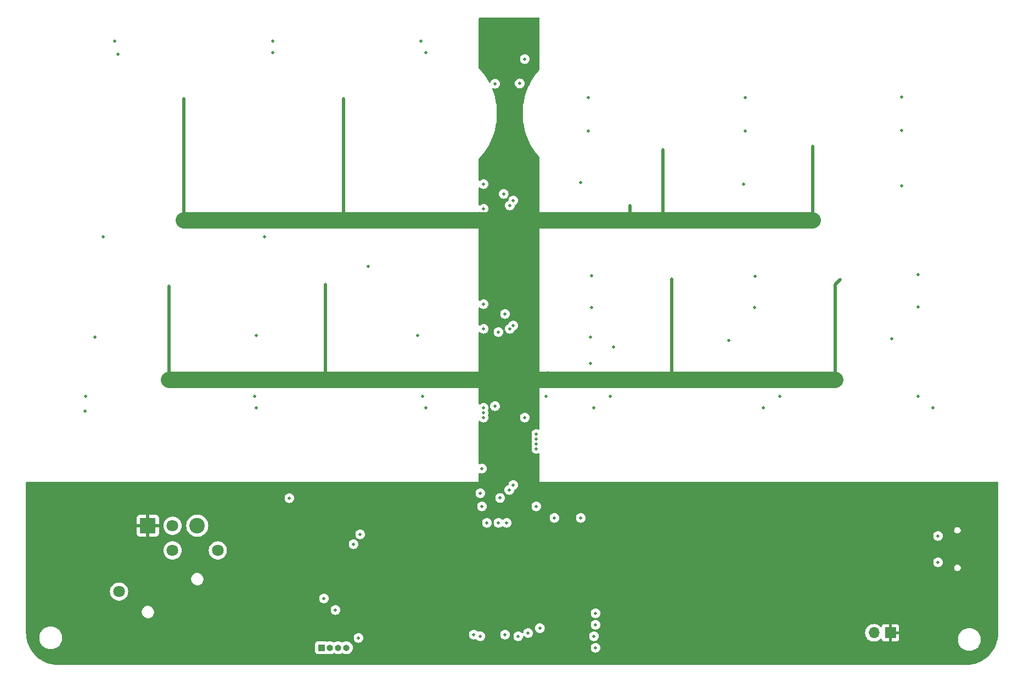
<source format=gbr>
%TF.GenerationSoftware,KiCad,Pcbnew,7.0.7*%
%TF.CreationDate,2024-03-09T13:17:09+01:00*%
%TF.ProjectId,button-board,62757474-6f6e-42d6-926f-6172642e6b69,rev?*%
%TF.SameCoordinates,Original*%
%TF.FileFunction,Copper,L2,Inr*%
%TF.FilePolarity,Positive*%
%FSLAX46Y46*%
G04 Gerber Fmt 4.6, Leading zero omitted, Abs format (unit mm)*
G04 Created by KiCad (PCBNEW 7.0.7) date 2024-03-09 13:17:09*
%MOMM*%
%LPD*%
G01*
G04 APERTURE LIST*
%TA.AperFunction,ComponentPad*%
%ADD10R,2.400000X2.400000*%
%TD*%
%TA.AperFunction,ComponentPad*%
%ADD11C,1.800000*%
%TD*%
%TA.AperFunction,ComponentPad*%
%ADD12C,2.400000*%
%TD*%
%TA.AperFunction,ComponentPad*%
%ADD13R,1.700000X1.700000*%
%TD*%
%TA.AperFunction,ComponentPad*%
%ADD14O,1.700000X1.700000*%
%TD*%
%TA.AperFunction,ComponentPad*%
%ADD15R,1.000000X1.000000*%
%TD*%
%TA.AperFunction,ComponentPad*%
%ADD16O,1.000000X1.000000*%
%TD*%
%TA.AperFunction,ViaPad*%
%ADD17C,0.500000*%
%TD*%
%TA.AperFunction,Conductor*%
%ADD18C,0.508000*%
%TD*%
%TA.AperFunction,Conductor*%
%ADD19C,2.540000*%
%TD*%
G04 APERTURE END LIST*
D10*
%TO.N,GND*%
%TO.C,J5*%
X14986000Y17323500D03*
D11*
%TO.N,/control/DMX.N*%
X18796000Y13513500D03*
%TO.N,/control/DMX.P*%
X18796000Y17323500D03*
%TO.N,Net-(J5-P3-Pad4)*%
X25776000Y13513500D03*
D12*
%TO.N,Net-(J5-P5)*%
X22606000Y17323500D03*
D11*
%TO.N,unconnected-(J5-PadG)*%
X10546000Y7153500D03*
%TD*%
D13*
%TO.N,GND*%
%TO.C,J1*%
X129545000Y773000D03*
D14*
%TO.N,+5V*%
X127005000Y773000D03*
%TD*%
D15*
%TO.N,/control/ESP_PROG.EN*%
%TO.C,J4*%
X41788000Y-1524000D03*
D16*
%TO.N,/control/ESP_PROG.IO0*%
X43058000Y-1524000D03*
%TO.N,/control/ESP_PROG.RX*%
X44328000Y-1524000D03*
%TO.N,/control/ESP_PROG.TX*%
X45598000Y-1524000D03*
%TD*%
D17*
%TO.N,GND*%
X72613600Y36068000D03*
X122936000Y17526000D03*
X61976000Y16256000D03*
X103378000Y17526000D03*
X105664000Y5080000D03*
X76708000Y40924400D03*
X77216000Y21590000D03*
X99568000Y23876000D03*
X98298000Y1270000D03*
X68580000Y10414000D03*
X68580000Y6096000D03*
X135890000Y6350000D03*
X70866000Y89662000D03*
X137668000Y16916000D03*
X143510000Y23368000D03*
X18288000Y54356000D03*
X137668000Y10448900D03*
X141986000Y23368000D03*
X71912400Y71374000D03*
X109812666Y15748000D03*
X94488000Y75438000D03*
X20574000Y83312000D03*
X42418000Y54610000D03*
X62230000Y21336000D03*
X62230000Y-1270000D03*
X104394000Y14986000D03*
X98298000Y-254000D03*
X107950000Y15748000D03*
X69850000Y82804000D03*
X45212000Y83312000D03*
X113030000Y5080000D03*
X73660000Y94996000D03*
X74422000Y10414000D03*
X98298000Y-2032000D03*
X64008000Y21336000D03*
X15494000Y23876000D03*
X67056000Y30226000D03*
X135890000Y20828000D03*
X72136000Y27686000D03*
X121793960Y55372000D03*
X89408000Y66802000D03*
X116840000Y14732000D03*
X74422000Y6096000D03*
X95819000Y55459000D03*
X51816000Y12954000D03*
X115824000Y5080000D03*
X72613600Y64516000D03*
X111675332Y15748000D03*
X35814000Y7112000D03*
X69565600Y54864000D03*
X125222000Y23622000D03*
X42926000Y23876000D03*
X71882000Y83820000D03*
X113538000Y15748000D03*
X117602000Y75946000D03*
X72390000Y62230000D03*
X108458000Y5080000D03*
X71912400Y49530000D03*
%TO.N,+3V3*%
X77724000Y18542000D03*
X81788000Y18542000D03*
X47498000Y0D03*
X46736000Y14478000D03*
%TO.N,/control/ESP_PROG.EN*%
X47752000Y16002000D03*
%TO.N,+5V*%
X133858000Y56134000D03*
X31496000Y37280000D03*
X74930000Y30734000D03*
X74930000Y31496000D03*
X131318000Y83566000D03*
X112522000Y37280000D03*
X8128000Y61976000D03*
X73152000Y89408000D03*
X57150000Y92202000D03*
X66802000Y35560000D03*
X108712000Y55880000D03*
X49022000Y57404000D03*
X83422559Y55949765D03*
X76454000Y37280000D03*
X5392000Y37280000D03*
X57404000Y37280000D03*
X66802000Y34036000D03*
X9906000Y92202000D03*
X133858000Y37280000D03*
X66548000Y26162000D03*
X82922560Y83486324D03*
X66802000Y66294000D03*
X36830000Y21590000D03*
X34290000Y92202000D03*
X86360000Y37280000D03*
X74930000Y20320000D03*
X66802000Y51562000D03*
X33020000Y61976000D03*
X107109480Y83486324D03*
X66294000Y22352000D03*
X66802000Y47752000D03*
X66802000Y34798000D03*
X66802000Y70104000D03*
X74930000Y29972000D03*
X74930000Y29210000D03*
%TO.N,Net-(D13-K)*%
X86868000Y44958000D03*
X83422559Y50985765D03*
%TO.N,Net-(D14-K)*%
X108609478Y50985765D03*
X104648000Y45974000D03*
%TO.N,Net-(D15-K)*%
X129794000Y46228000D03*
X133796400Y51086245D03*
%TO.N,VBUS*%
X136906000Y11684000D03*
X136906000Y15748000D03*
%TO.N,Net-(P1-Pad1)*%
X5334000Y35052000D03*
%TO.N,Net-(P2-Pad1)*%
X31750000Y35560000D03*
%TO.N,Net-(P3-Pad1)*%
X57912000Y35560000D03*
%TO.N,Net-(P4-Pad1)*%
X83820000Y35560000D03*
%TO.N,Net-(P5-Pad1)*%
X109982000Y35560000D03*
%TO.N,Net-(P6-Pad1)*%
X136144000Y35560000D03*
%TO.N,Net-(P7-Pad1)*%
X6858000Y46482000D03*
%TO.N,Net-(P8-Pad1)*%
X31750000Y46736000D03*
%TO.N,Net-(P9-Pad1)*%
X56642000Y46736000D03*
%TO.N,Net-(P10-Pad1)*%
X83312000Y46482000D03*
X83312000Y42418000D03*
%TO.N,Net-(P13-Pad1)*%
X10414000Y90170000D03*
%TO.N,Net-(P14-Pad1)*%
X34290000Y90424000D03*
%TO.N,Net-(P15-Pad1)*%
X57912000Y90424000D03*
%TO.N,Net-(D19-K)*%
X81788000Y70358000D03*
X82922560Y78286324D03*
%TO.N,Net-(D20-K)*%
X107109480Y78286324D03*
X106934000Y70104000D03*
%TO.N,Net-(D21-K)*%
X131296402Y78361684D03*
X131318000Y69850000D03*
%TO.N,/control/JTAG.TMS*%
X84074000Y3810000D03*
X70104000Y508000D03*
%TO.N,/control/JTAG.TCK*%
X84074000Y2032000D03*
X75453200Y1493600D03*
%TO.N,/control/JTAG.TDO*%
X83820000Y254000D03*
X73660000Y762000D03*
%TO.N,/control/JTAG.TDI*%
X72136000Y254000D03*
X84074000Y-1524000D03*
%TO.N,/control/I2C.SCL*%
X65278000Y508000D03*
X68549100Y85598000D03*
X68549100Y35814000D03*
%TO.N,/control/SR.DATA*%
X67310000Y17780000D03*
X66548000Y20320000D03*
%TO.N,/control/SR.CLOCK*%
X70835100Y47752000D03*
X69088000Y17780000D03*
X70835600Y66802000D03*
X70738707Y22860000D03*
%TO.N,/control/SR.LATCH*%
X70358000Y17780000D03*
X71374000Y23622000D03*
X71374000Y48260000D03*
X71374000Y67564000D03*
%TO.N,/control/I2C.SCK*%
X73152000Y34036000D03*
X66294000Y254000D03*
X72364000Y85624000D03*
%TO.N,/display/led_row_0_1/LED_SER_OUT*%
X69088000Y47244000D03*
X69880400Y68580000D03*
%TO.N,Net-(U4-SER)*%
X69342000Y21601000D03*
X70104000Y50038000D03*
%TO.N,Net-(U2-GPIO21)*%
X43942000Y4318000D03*
X42164000Y6096000D03*
%TD*%
D18*
%TO.N,GND*%
X121793960Y55372000D02*
X121031960Y54610000D01*
X94488000Y75438000D02*
X94488000Y64516000D01*
X117602000Y75946000D02*
X117602000Y64516000D01*
D19*
X89408000Y64516000D02*
X45212000Y64516000D01*
X45212000Y64516000D02*
X20574000Y64516000D01*
D18*
X18288000Y54356000D02*
X18288000Y39878000D01*
D19*
X24638000Y39878000D02*
X18288000Y39878000D01*
X121031960Y39878000D02*
X99314000Y39878000D01*
D18*
X95819000Y55459000D02*
X95819000Y39965000D01*
X45212000Y83312000D02*
X45212000Y64516000D01*
X89408000Y66802000D02*
X89408000Y64516000D01*
D19*
X42418000Y39878000D02*
X24638000Y39878000D01*
D18*
X121031960Y54610000D02*
X121031960Y39878000D01*
X20574000Y83312000D02*
X20574000Y64516000D01*
D19*
X96266000Y64516000D02*
X94488000Y64516000D01*
X94488000Y64516000D02*
X89408000Y64516000D01*
X99314000Y39878000D02*
X42418000Y39878000D01*
X117602000Y64516000D02*
X96266000Y64516000D01*
D18*
X42418000Y54610000D02*
X42418000Y39878000D01*
%TD*%
%TA.AperFunction,Conductor*%
%TO.N,GND*%
G36*
X75381039Y95769415D02*
G01*
X75426794Y95716611D01*
X75438000Y95665100D01*
X75438000Y87808752D01*
X75418315Y87741713D01*
X75407014Y87726750D01*
X75206815Y87499666D01*
X75140376Y87424306D01*
X74751488Y86922955D01*
X74394848Y86398175D01*
X74071863Y85852036D01*
X73856796Y85429944D01*
X73783805Y85286691D01*
X73748312Y85204671D01*
X73531817Y84704382D01*
X73316889Y84107396D01*
X73139870Y83498092D01*
X73001459Y82878875D01*
X72902202Y82252190D01*
X72868988Y81900830D01*
X72842489Y81620502D01*
X72822560Y80986324D01*
X72842489Y80352146D01*
X72842490Y80352140D01*
X72902202Y79720458D01*
X73001459Y79093773D01*
X73139870Y78474556D01*
X73316889Y77865252D01*
X73531817Y77268266D01*
X73783807Y76685953D01*
X74071863Y76120612D01*
X74394848Y75574473D01*
X74751488Y75049693D01*
X75024031Y74698333D01*
X75140380Y74548337D01*
X75407014Y74245901D01*
X75436582Y74182596D01*
X75438000Y74163898D01*
X75438000Y32286969D01*
X75418315Y32219930D01*
X75365511Y32174175D01*
X75296353Y32164231D01*
X75260205Y32175246D01*
X75257700Y32176453D01*
X75098056Y32232315D01*
X74930003Y32251249D01*
X74929997Y32251249D01*
X74761943Y32232315D01*
X74602305Y32176455D01*
X74602302Y32176453D01*
X74459115Y32086482D01*
X74459109Y32086477D01*
X74339523Y31966891D01*
X74339518Y31966885D01*
X74249547Y31823698D01*
X74249545Y31823695D01*
X74193685Y31664057D01*
X74174751Y31496003D01*
X74174751Y31495998D01*
X74193685Y31327944D01*
X74251844Y31161738D01*
X74250546Y31161284D01*
X74260657Y31099853D01*
X74251426Y31068409D01*
X74251844Y31068262D01*
X74193685Y30902057D01*
X74174751Y30734003D01*
X74174751Y30733998D01*
X74193686Y30565943D01*
X74251844Y30399736D01*
X74250543Y30399281D01*
X74260660Y30337870D01*
X74251423Y30306409D01*
X74251844Y30306262D01*
X74249544Y30299692D01*
X74249544Y30299690D01*
X74239636Y30271373D01*
X74193685Y30140057D01*
X74174751Y29972003D01*
X74174751Y29971998D01*
X74193685Y29803944D01*
X74251844Y29637738D01*
X74250546Y29637284D01*
X74260657Y29575853D01*
X74251426Y29544409D01*
X74251844Y29544262D01*
X74193685Y29378057D01*
X74174751Y29210003D01*
X74174751Y29209998D01*
X74193685Y29041944D01*
X74249545Y28882306D01*
X74249547Y28882303D01*
X74339518Y28739116D01*
X74339523Y28739110D01*
X74459109Y28619524D01*
X74459115Y28619519D01*
X74602302Y28529548D01*
X74602305Y28529546D01*
X74602309Y28529545D01*
X74602310Y28529544D01*
X74645635Y28514384D01*
X74761943Y28473686D01*
X74929997Y28454751D01*
X74930000Y28454751D01*
X74930003Y28454751D01*
X75098056Y28473686D01*
X75098059Y28473687D01*
X75257690Y28529544D01*
X75257693Y28529547D01*
X75257696Y28529547D01*
X75260195Y28530750D01*
X75261971Y28531043D01*
X75264262Y28531844D01*
X75264402Y28531443D01*
X75329136Y28542105D01*
X75393271Y28514384D01*
X75432239Y28456390D01*
X75438000Y28419033D01*
X75438000Y24130000D01*
X146065100Y24130000D01*
X146132139Y24110315D01*
X146177894Y24057511D01*
X146189100Y24006000D01*
X146189100Y790000D01*
X146180113Y572729D01*
X146171439Y374082D01*
X146171022Y369116D01*
X146144124Y153320D01*
X146117715Y-47265D01*
X146116926Y-51897D01*
X146072418Y-264173D01*
X146028443Y-462526D01*
X146027335Y-466798D01*
X145965499Y-674503D01*
X145904281Y-868658D01*
X145902909Y-872552D01*
X145824136Y-1074433D01*
X145746124Y-1262769D01*
X145744544Y-1266274D01*
X145649350Y-1460992D01*
X145555125Y-1641998D01*
X145553391Y-1645107D01*
X145442397Y-1831382D01*
X145332640Y-2003663D01*
X145330809Y-2006377D01*
X145204762Y-2182918D01*
X145080316Y-2345099D01*
X145078439Y-2347426D01*
X144938157Y-2513059D01*
X144799026Y-2664895D01*
X144644495Y-2819426D01*
X144492659Y-2958557D01*
X144327026Y-3098839D01*
X144324699Y-3100716D01*
X144162518Y-3225162D01*
X143985977Y-3351209D01*
X143983263Y-3353040D01*
X143810982Y-3462797D01*
X143624707Y-3573791D01*
X143621598Y-3575525D01*
X143440592Y-3669750D01*
X143245874Y-3764944D01*
X143242369Y-3766524D01*
X143054033Y-3844536D01*
X142852152Y-3923309D01*
X142848258Y-3924681D01*
X142654103Y-3985899D01*
X142446398Y-4047735D01*
X142442126Y-4048843D01*
X142243773Y-4092818D01*
X142031497Y-4137326D01*
X142026865Y-4138115D01*
X141826280Y-4164524D01*
X141610484Y-4191422D01*
X141605518Y-4191839D01*
X141406871Y-4200513D01*
X141189600Y-4209500D01*
X1190000Y-4209500D01*
X972728Y-4200513D01*
X774080Y-4191839D01*
X769114Y-4191422D01*
X553319Y-4164524D01*
X352733Y-4138115D01*
X348101Y-4137326D01*
X135826Y-4092818D01*
X-62528Y-4048843D01*
X-66800Y-4047735D01*
X-274504Y-3985899D01*
X-468660Y-3924681D01*
X-472555Y-3923309D01*
X-674434Y-3844536D01*
X-862771Y-3766524D01*
X-866256Y-3764953D01*
X-925497Y-3735992D01*
X-1060993Y-3669750D01*
X-1242000Y-3575525D01*
X-1245109Y-3573791D01*
X-1431383Y-3462797D01*
X-1603665Y-3353040D01*
X-1606379Y-3351209D01*
X-1782919Y-3225162D01*
X-1945100Y-3100716D01*
X-1947428Y-3098839D01*
X-2113060Y-2958557D01*
X-2264897Y-2819424D01*
X-2419426Y-2664895D01*
X-2558561Y-2513055D01*
X-2698841Y-2347426D01*
X-2700718Y-2345098D01*
X-2825163Y-2182918D01*
X-2904450Y-2071870D01*
X40787500Y-2071870D01*
X40787501Y-2071876D01*
X40793908Y-2131483D01*
X40844202Y-2266328D01*
X40844206Y-2266335D01*
X40930452Y-2381544D01*
X40930455Y-2381547D01*
X41045664Y-2467793D01*
X41045671Y-2467797D01*
X41180517Y-2518091D01*
X41180516Y-2518091D01*
X41187444Y-2518835D01*
X41240127Y-2524500D01*
X42335872Y-2524499D01*
X42395483Y-2518091D01*
X42530331Y-2467796D01*
X42538379Y-2461770D01*
X42603842Y-2437351D01*
X42667474Y-2450895D01*
X42667645Y-2450483D01*
X42669875Y-2451406D01*
X42671146Y-2451677D01*
X42673273Y-2452814D01*
X42861868Y-2510024D01*
X43058000Y-2529341D01*
X43254132Y-2510024D01*
X43442727Y-2452814D01*
X43616538Y-2359910D01*
X43616544Y-2359904D01*
X43621607Y-2356523D01*
X43622703Y-2358164D01*
X43678639Y-2334405D01*
X43747507Y-2346194D01*
X43764148Y-2356888D01*
X43764393Y-2356523D01*
X43769458Y-2359907D01*
X43769462Y-2359910D01*
X43914344Y-2437351D01*
X43941147Y-2451678D01*
X43943273Y-2452814D01*
X44131868Y-2510024D01*
X44328000Y-2529341D01*
X44524132Y-2510024D01*
X44712727Y-2452814D01*
X44886538Y-2359910D01*
X44886544Y-2359904D01*
X44891607Y-2356523D01*
X44892703Y-2358164D01*
X44948639Y-2334405D01*
X45017507Y-2346194D01*
X45034148Y-2356888D01*
X45034393Y-2356523D01*
X45039458Y-2359907D01*
X45039462Y-2359910D01*
X45184344Y-2437351D01*
X45211147Y-2451678D01*
X45213273Y-2452814D01*
X45401868Y-2510024D01*
X45598000Y-2529341D01*
X45794132Y-2510024D01*
X45982727Y-2452814D01*
X45984853Y-2451678D01*
X46116060Y-2381546D01*
X46156538Y-2359910D01*
X46308883Y-2234883D01*
X46433910Y-2082538D01*
X46526814Y-1908727D01*
X46584024Y-1720132D01*
X46603341Y-1524002D01*
X83318751Y-1524002D01*
X83337685Y-1692056D01*
X83393545Y-1851694D01*
X83393547Y-1851697D01*
X83483518Y-1994884D01*
X83483523Y-1994890D01*
X83603109Y-2114476D01*
X83603115Y-2114481D01*
X83746302Y-2204452D01*
X83746305Y-2204454D01*
X83746309Y-2204455D01*
X83746310Y-2204456D01*
X83818913Y-2229860D01*
X83905943Y-2260314D01*
X84073997Y-2279249D01*
X84074000Y-2279249D01*
X84074003Y-2279249D01*
X84242056Y-2260314D01*
X84242059Y-2260313D01*
X84401690Y-2204456D01*
X84401692Y-2204454D01*
X84401694Y-2204454D01*
X84401697Y-2204452D01*
X84544884Y-2114481D01*
X84544885Y-2114480D01*
X84544890Y-2114477D01*
X84664477Y-1994890D01*
X84664481Y-1994884D01*
X84754452Y-1851697D01*
X84754454Y-1851694D01*
X84754454Y-1851692D01*
X84754456Y-1851690D01*
X84810313Y-1692059D01*
X84810313Y-1692058D01*
X84810314Y-1692056D01*
X84829249Y-1524002D01*
X84829249Y-1523997D01*
X84810314Y-1355943D01*
X84754454Y-1196305D01*
X84754452Y-1196302D01*
X84664481Y-1053115D01*
X84664476Y-1053109D01*
X84544890Y-933523D01*
X84544884Y-933518D01*
X84401697Y-843547D01*
X84401694Y-843545D01*
X84242056Y-787685D01*
X84074003Y-768751D01*
X84073997Y-768751D01*
X83905943Y-787685D01*
X83746305Y-843545D01*
X83746302Y-843547D01*
X83603115Y-933518D01*
X83603109Y-933523D01*
X83483523Y-1053109D01*
X83483518Y-1053115D01*
X83393547Y-1196302D01*
X83393545Y-1196305D01*
X83337685Y-1355943D01*
X83318751Y-1523997D01*
X83318751Y-1524002D01*
X46603341Y-1524002D01*
X46603341Y-1524000D01*
X46584024Y-1327868D01*
X46526814Y-1139273D01*
X46526811Y-1139269D01*
X46526811Y-1139266D01*
X46433913Y-965467D01*
X46433909Y-965460D01*
X46308883Y-813116D01*
X46156539Y-688090D01*
X46156532Y-688086D01*
X45982733Y-595188D01*
X45982727Y-595186D01*
X45794132Y-537976D01*
X45794129Y-537975D01*
X45598000Y-518659D01*
X45401870Y-537975D01*
X45213266Y-595188D01*
X45039467Y-688086D01*
X45034399Y-691473D01*
X45033305Y-689836D01*
X44977337Y-713596D01*
X44908471Y-701795D01*
X44891843Y-691109D01*
X44891601Y-691473D01*
X44886532Y-688086D01*
X44712733Y-595188D01*
X44712727Y-595186D01*
X44524132Y-537976D01*
X44524129Y-537975D01*
X44328000Y-518659D01*
X44131870Y-537975D01*
X43943266Y-595188D01*
X43769467Y-688086D01*
X43764399Y-691473D01*
X43763305Y-689836D01*
X43707337Y-713596D01*
X43638471Y-701795D01*
X43621843Y-691109D01*
X43621601Y-691473D01*
X43616532Y-688086D01*
X43442733Y-595188D01*
X43442727Y-595186D01*
X43254132Y-537976D01*
X43254129Y-537975D01*
X43058000Y-518659D01*
X42861870Y-537975D01*
X42782464Y-562063D01*
X42673273Y-595186D01*
X42673272Y-595186D01*
X42673267Y-595188D01*
X42671143Y-596324D01*
X42669898Y-596583D01*
X42667641Y-597518D01*
X42667463Y-597089D01*
X42602740Y-610564D01*
X42538382Y-586231D01*
X42530331Y-580204D01*
X42530328Y-580202D01*
X42395482Y-529908D01*
X42395483Y-529908D01*
X42335883Y-523501D01*
X42335881Y-523500D01*
X42335873Y-523500D01*
X42335864Y-523500D01*
X41240129Y-523500D01*
X41240123Y-523501D01*
X41180516Y-529908D01*
X41045671Y-580202D01*
X41045664Y-580206D01*
X40930455Y-666452D01*
X40930452Y-666455D01*
X40844206Y-781664D01*
X40844202Y-781671D01*
X40793908Y-916517D01*
X40787501Y-976116D01*
X40787500Y-976135D01*
X40787500Y-2071870D01*
X-2904450Y-2071870D01*
X-2951211Y-2006377D01*
X-2953043Y-2003662D01*
X-3062798Y-1831382D01*
X-3173793Y-1645107D01*
X-3175527Y-1641998D01*
X-3269751Y-1460992D01*
X-3334833Y-1327868D01*
X-3364955Y-1266252D01*
X-3366506Y-1262817D01*
X-3444537Y-1074433D01*
X-3523320Y-872530D01*
X-3524683Y-868658D01*
X-3552112Y-781664D01*
X-3585900Y-674503D01*
X-3647743Y-466778D01*
X-3648845Y-462526D01*
X-3655128Y-434187D01*
X-3692825Y-264145D01*
X-3696368Y-247249D01*
X-3720703Y-131187D01*
X-1750500Y-131187D01*
X-1734542Y-237057D01*
X-1711396Y-390615D01*
X-1711395Y-390617D01*
X-1711394Y-390623D01*
X-1634062Y-641326D01*
X-1520233Y-877696D01*
X-1520232Y-877697D01*
X-1520230Y-877700D01*
X-1520228Y-877704D01*
X-1386113Y-1074414D01*
X-1372433Y-1094479D01*
X-1193986Y-1286801D01*
X-1193982Y-1286804D01*
X-1193981Y-1286805D01*
X-988857Y-1450386D01*
X-761643Y-1581568D01*
X-517416Y-1677420D01*
X-261630Y-1735802D01*
X-261624Y-1735802D01*
X-261621Y-1735803D01*
X-65500Y-1750500D01*
X-65494Y-1750500D01*
X65500Y-1750500D01*
X261620Y-1735803D01*
X261622Y-1735802D01*
X261630Y-1735802D01*
X517416Y-1677420D01*
X761643Y-1581568D01*
X988857Y-1450386D01*
X1193981Y-1286805D01*
X1372433Y-1094479D01*
X1520228Y-877704D01*
X1634063Y-641323D01*
X1711396Y-390615D01*
X1750500Y-131182D01*
X1750500Y-2D01*
X46742751Y-2D01*
X46761685Y-168056D01*
X46817545Y-327694D01*
X46817547Y-327697D01*
X46907518Y-470884D01*
X46907523Y-470890D01*
X47027109Y-590476D01*
X47027115Y-590481D01*
X47170302Y-680452D01*
X47170305Y-680454D01*
X47170309Y-680455D01*
X47170310Y-680456D01*
X47192127Y-688090D01*
X47329943Y-736314D01*
X47497997Y-755249D01*
X47498000Y-755249D01*
X47498003Y-755249D01*
X47666056Y-736314D01*
X47666059Y-736313D01*
X47825690Y-680456D01*
X47825692Y-680454D01*
X47825694Y-680454D01*
X47825697Y-680452D01*
X47968884Y-590481D01*
X47968885Y-590480D01*
X47968890Y-590477D01*
X48088477Y-470890D01*
X48091048Y-466798D01*
X48178452Y-327697D01*
X48178454Y-327694D01*
X48178454Y-327692D01*
X48178456Y-327690D01*
X48234313Y-168059D01*
X48234313Y-168058D01*
X48234314Y-168056D01*
X48253249Y-2D01*
X48253249Y3D01*
X48234314Y168057D01*
X48178454Y327695D01*
X48178452Y327698D01*
X48088481Y470885D01*
X48088476Y470891D01*
X48051369Y507998D01*
X64522751Y507998D01*
X64541685Y339944D01*
X64597545Y180306D01*
X64597547Y180303D01*
X64687518Y37116D01*
X64687523Y37110D01*
X64807109Y-82476D01*
X64807115Y-82481D01*
X64950302Y-172452D01*
X64950305Y-172454D01*
X64950309Y-172455D01*
X64950310Y-172456D01*
X64993384Y-187528D01*
X65109943Y-228314D01*
X65277997Y-247249D01*
X65278000Y-247249D01*
X65278003Y-247249D01*
X65446059Y-228313D01*
X65446061Y-228313D01*
X65571705Y-184348D01*
X65641484Y-180786D01*
X65700341Y-213708D01*
X65823109Y-336476D01*
X65823115Y-336481D01*
X65966302Y-426452D01*
X65966305Y-426454D01*
X65966309Y-426455D01*
X65966310Y-426456D01*
X65988413Y-434190D01*
X66125943Y-482314D01*
X66293997Y-501249D01*
X66294000Y-501249D01*
X66294003Y-501249D01*
X66462056Y-482314D01*
X66494721Y-470884D01*
X66621690Y-426456D01*
X66621692Y-426454D01*
X66621694Y-426454D01*
X66621697Y-426452D01*
X66764884Y-336481D01*
X66764885Y-336480D01*
X66764890Y-336477D01*
X66884477Y-216890D01*
X66884481Y-216884D01*
X66974452Y-73697D01*
X66974454Y-73694D01*
X66974454Y-73692D01*
X66974456Y-73690D01*
X67030313Y85941D01*
X67030313Y85942D01*
X67030314Y85944D01*
X67049249Y253998D01*
X67049249Y254003D01*
X67030314Y422057D01*
X67000242Y507998D01*
X69348751Y507998D01*
X69367685Y339944D01*
X69423545Y180306D01*
X69423547Y180303D01*
X69513518Y37116D01*
X69513523Y37110D01*
X69633109Y-82476D01*
X69633115Y-82481D01*
X69776302Y-172452D01*
X69776305Y-172454D01*
X69776309Y-172455D01*
X69776310Y-172456D01*
X69819384Y-187528D01*
X69935943Y-228314D01*
X70103997Y-247249D01*
X70104000Y-247249D01*
X70104003Y-247249D01*
X70272056Y-228314D01*
X70304721Y-216884D01*
X70431690Y-172456D01*
X70431692Y-172454D01*
X70431694Y-172454D01*
X70431697Y-172452D01*
X70574884Y-82481D01*
X70574885Y-82480D01*
X70574890Y-82477D01*
X70694477Y37110D01*
X70722398Y81546D01*
X70784452Y180303D01*
X70784454Y180306D01*
X70784454Y180308D01*
X70784456Y180310D01*
X70810240Y253998D01*
X71380751Y253998D01*
X71399685Y85944D01*
X71455545Y-73694D01*
X71455547Y-73697D01*
X71545518Y-216884D01*
X71545523Y-216890D01*
X71665109Y-336476D01*
X71665115Y-336481D01*
X71808302Y-426452D01*
X71808305Y-426454D01*
X71808309Y-426455D01*
X71808310Y-426456D01*
X71830413Y-434190D01*
X71967943Y-482314D01*
X72135997Y-501249D01*
X72136000Y-501249D01*
X72136003Y-501249D01*
X72304056Y-482314D01*
X72336721Y-470884D01*
X72463690Y-426456D01*
X72463692Y-426454D01*
X72463694Y-426454D01*
X72463697Y-426452D01*
X72606884Y-336481D01*
X72606885Y-336480D01*
X72606890Y-336477D01*
X72726477Y-216890D01*
X72726481Y-216884D01*
X72816452Y-73697D01*
X72816454Y-73694D01*
X72816454Y-73692D01*
X72816456Y-73690D01*
X72872313Y85941D01*
X72872313Y85943D01*
X72872314Y85945D01*
X72884230Y191704D01*
X72911296Y256118D01*
X72968891Y295673D01*
X73038728Y297811D01*
X73095131Y265502D01*
X73189109Y171524D01*
X73189115Y171519D01*
X73332302Y81548D01*
X73332305Y81546D01*
X73332309Y81545D01*
X73332310Y81544D01*
X73404913Y56140D01*
X73491943Y25686D01*
X73659997Y6751D01*
X73660000Y6751D01*
X73660003Y6751D01*
X73828056Y25686D01*
X73860721Y37116D01*
X73987690Y81544D01*
X73987692Y81546D01*
X73987694Y81546D01*
X73987697Y81548D01*
X74130884Y171519D01*
X74130885Y171520D01*
X74130890Y171523D01*
X74213365Y253998D01*
X83064751Y253998D01*
X83083685Y85944D01*
X83139545Y-73694D01*
X83139547Y-73697D01*
X83229518Y-216884D01*
X83229523Y-216890D01*
X83349109Y-336476D01*
X83349115Y-336481D01*
X83492302Y-426452D01*
X83492305Y-426454D01*
X83492309Y-426455D01*
X83492310Y-426456D01*
X83514413Y-434190D01*
X83651943Y-482314D01*
X83819997Y-501249D01*
X83820000Y-501249D01*
X83820003Y-501249D01*
X83988056Y-482314D01*
X84020721Y-470884D01*
X84147690Y-426456D01*
X84147692Y-426454D01*
X84147694Y-426454D01*
X84147697Y-426452D01*
X84290884Y-336481D01*
X84290885Y-336480D01*
X84290890Y-336477D01*
X84410477Y-216890D01*
X84410481Y-216884D01*
X84500452Y-73697D01*
X84500454Y-73694D01*
X84500454Y-73692D01*
X84500456Y-73690D01*
X84556313Y85941D01*
X84556313Y85942D01*
X84556314Y85944D01*
X84575249Y253998D01*
X84575249Y254003D01*
X84556314Y422057D01*
X84506941Y563156D01*
X84500456Y581690D01*
X84500455Y581691D01*
X84500454Y581695D01*
X84500452Y581698D01*
X84410481Y724885D01*
X84410476Y724891D01*
X84362367Y773000D01*
X125649341Y773000D01*
X125669936Y537597D01*
X125669938Y537587D01*
X125731094Y309345D01*
X125731096Y309341D01*
X125731097Y309337D01*
X125814172Y131183D01*
X125830965Y95170D01*
X125830967Y95166D01*
X125939281Y-59521D01*
X125966505Y-98401D01*
X126133599Y-265495D01*
X126210135Y-319086D01*
X126327165Y-401032D01*
X126327167Y-401033D01*
X126327170Y-401035D01*
X126541337Y-500903D01*
X126769592Y-562063D01*
X126940319Y-577000D01*
X127004999Y-582659D01*
X127005000Y-582659D01*
X127005001Y-582659D01*
X127069681Y-577000D01*
X127240408Y-562063D01*
X127468663Y-500903D01*
X127682830Y-401035D01*
X127876401Y-265495D01*
X127998717Y-143178D01*
X128060036Y-109696D01*
X128129728Y-114680D01*
X128185662Y-156551D01*
X128202577Y-187528D01*
X128251646Y-319088D01*
X128251649Y-319093D01*
X128337809Y-434187D01*
X128337812Y-434190D01*
X128452906Y-520350D01*
X128452913Y-520354D01*
X128587620Y-570596D01*
X128587627Y-570598D01*
X128647155Y-576999D01*
X128647172Y-577000D01*
X129295000Y-577000D01*
X129295000Y160699D01*
X129314685Y227738D01*
X129367489Y273493D01*
X129436647Y283437D01*
X129509237Y273000D01*
X129509238Y273000D01*
X129580762Y273000D01*
X129580763Y273000D01*
X129653353Y283437D01*
X129722512Y273493D01*
X129775315Y227738D01*
X129795000Y160699D01*
X129795000Y-577000D01*
X130442828Y-577000D01*
X130442844Y-576999D01*
X130502372Y-570598D01*
X130502379Y-570596D01*
X130637086Y-520354D01*
X130637093Y-520350D01*
X130752187Y-434190D01*
X130752190Y-434187D01*
X130788872Y-385187D01*
X139981500Y-385187D01*
X139998942Y-500901D01*
X140020604Y-644615D01*
X140020605Y-644617D01*
X140020606Y-644623D01*
X140097938Y-895326D01*
X140211767Y-1131696D01*
X140211768Y-1131697D01*
X140211770Y-1131700D01*
X140211772Y-1131704D01*
X140345515Y-1327868D01*
X140359567Y-1348479D01*
X140538014Y-1540801D01*
X140538018Y-1540804D01*
X140538019Y-1540805D01*
X140743143Y-1704386D01*
X140970357Y-1835568D01*
X141214584Y-1931420D01*
X141470370Y-1989802D01*
X141470376Y-1989802D01*
X141470379Y-1989803D01*
X141666500Y-2004500D01*
X141666506Y-2004500D01*
X141797500Y-2004500D01*
X141993620Y-1989803D01*
X141993622Y-1989802D01*
X141993630Y-1989802D01*
X142249416Y-1931420D01*
X142493643Y-1835568D01*
X142720857Y-1704386D01*
X142925981Y-1540805D01*
X143104433Y-1348479D01*
X143252228Y-1131704D01*
X143366063Y-895323D01*
X143443396Y-644615D01*
X143482500Y-385182D01*
X143482500Y-122818D01*
X143443396Y136615D01*
X143366063Y387323D01*
X143307947Y508003D01*
X143252232Y623697D01*
X143252231Y623698D01*
X143252230Y623699D01*
X143252228Y623704D01*
X143104433Y840479D01*
X143069899Y877698D01*
X142925985Y1032802D01*
X142843631Y1098477D01*
X142720857Y1196386D01*
X142493643Y1327568D01*
X142249416Y1423420D01*
X142249411Y1423422D01*
X142249402Y1423424D01*
X142031818Y1473086D01*
X141993630Y1481802D01*
X141993629Y1481803D01*
X141993625Y1481803D01*
X141993620Y1481804D01*
X141797500Y1496500D01*
X141797494Y1496500D01*
X141666506Y1496500D01*
X141666500Y1496500D01*
X141470379Y1481804D01*
X141470374Y1481803D01*
X141214597Y1423424D01*
X141214578Y1423418D01*
X140970356Y1327568D01*
X140743143Y1196386D01*
X140538014Y1032802D01*
X140359567Y840480D01*
X140211768Y623698D01*
X140211767Y623697D01*
X140097938Y387327D01*
X140020606Y136624D01*
X140020605Y136619D01*
X140020604Y136615D01*
X140012966Y85941D01*
X139981500Y-122812D01*
X139981500Y-385187D01*
X130788872Y-385187D01*
X130838350Y-319093D01*
X130838354Y-319086D01*
X130888596Y-184379D01*
X130888598Y-184372D01*
X130894999Y-124844D01*
X130895000Y-124827D01*
X130895000Y523000D01*
X130158347Y523000D01*
X130091308Y542685D01*
X130045553Y595489D01*
X130035609Y664647D01*
X130039369Y681933D01*
X130045000Y701112D01*
X130045000Y844889D01*
X130039369Y864067D01*
X130039370Y933936D01*
X130077145Y992714D01*
X130140701Y1021738D01*
X130158347Y1023000D01*
X130895000Y1023000D01*
X130895000Y1670828D01*
X130894999Y1670845D01*
X130888598Y1730373D01*
X130888596Y1730380D01*
X130838354Y1865087D01*
X130838350Y1865094D01*
X130752190Y1980188D01*
X130752187Y1980191D01*
X130637093Y2066351D01*
X130637086Y2066355D01*
X130502379Y2116597D01*
X130502372Y2116599D01*
X130442844Y2123000D01*
X129795000Y2123000D01*
X129795000Y1385302D01*
X129775315Y1318263D01*
X129722511Y1272508D01*
X129653355Y1262564D01*
X129580766Y1273000D01*
X129580763Y1273000D01*
X129509237Y1273000D01*
X129509233Y1273000D01*
X129436645Y1262564D01*
X129367487Y1272508D01*
X129314684Y1318264D01*
X129295000Y1385302D01*
X129295000Y2123000D01*
X128647155Y2123000D01*
X128587627Y2116599D01*
X128587620Y2116597D01*
X128452913Y2066355D01*
X128452906Y2066351D01*
X128337812Y1980191D01*
X128337809Y1980188D01*
X128251649Y1865094D01*
X128251645Y1865087D01*
X128202578Y1733530D01*
X128160707Y1677596D01*
X128095242Y1653179D01*
X128026969Y1668031D01*
X127998715Y1689181D01*
X127952092Y1735804D01*
X127876401Y1811495D01*
X127876397Y1811498D01*
X127876396Y1811499D01*
X127682834Y1947033D01*
X127682830Y1947035D01*
X127645398Y1964490D01*
X127468663Y2046903D01*
X127468659Y2046904D01*
X127468655Y2046906D01*
X127240413Y2108062D01*
X127240403Y2108064D01*
X127005001Y2128659D01*
X127004999Y2128659D01*
X126769596Y2108064D01*
X126769586Y2108062D01*
X126541344Y2046906D01*
X126541335Y2046902D01*
X126327171Y1947036D01*
X126327169Y1947035D01*
X126133597Y1811495D01*
X125966505Y1644403D01*
X125830965Y1450831D01*
X125830964Y1450829D01*
X125731098Y1236665D01*
X125731094Y1236656D01*
X125669938Y1008414D01*
X125669936Y1008404D01*
X125649341Y773001D01*
X125649341Y773000D01*
X84362367Y773000D01*
X84290890Y844477D01*
X84290884Y844482D01*
X84147697Y934453D01*
X84147694Y934455D01*
X83988056Y990315D01*
X83820003Y1009249D01*
X83819997Y1009249D01*
X83651943Y990315D01*
X83492305Y934455D01*
X83492302Y934453D01*
X83349115Y844482D01*
X83349109Y844477D01*
X83229523Y724891D01*
X83229518Y724885D01*
X83139547Y581698D01*
X83139545Y581695D01*
X83083685Y422057D01*
X83064751Y254003D01*
X83064751Y253998D01*
X74213365Y253998D01*
X74250477Y291110D01*
X74299492Y369116D01*
X74340452Y434303D01*
X74340454Y434306D01*
X74340454Y434308D01*
X74340456Y434310D01*
X74396313Y593941D01*
X74396313Y593942D01*
X74396314Y593944D01*
X74415249Y761998D01*
X74415249Y762003D01*
X74396314Y930057D01*
X74340454Y1089695D01*
X74340452Y1089698D01*
X74250481Y1232885D01*
X74250476Y1232891D01*
X74130890Y1352477D01*
X74130884Y1352482D01*
X73987697Y1442453D01*
X73987694Y1442455D01*
X73841536Y1493598D01*
X74697951Y1493598D01*
X74716885Y1325544D01*
X74772745Y1165906D01*
X74772747Y1165903D01*
X74862718Y1022716D01*
X74862723Y1022710D01*
X74982309Y903124D01*
X74982315Y903119D01*
X75125502Y813148D01*
X75125505Y813146D01*
X75125509Y813145D01*
X75125510Y813144D01*
X75190223Y790500D01*
X75285143Y757286D01*
X75453197Y738351D01*
X75453200Y738351D01*
X75453203Y738351D01*
X75621256Y757286D01*
X75634728Y762000D01*
X75780890Y813144D01*
X75780892Y813146D01*
X75780894Y813146D01*
X75780897Y813148D01*
X75924084Y903119D01*
X75924085Y903120D01*
X75924090Y903123D01*
X76043677Y1022710D01*
X76088773Y1094479D01*
X76133652Y1165903D01*
X76133654Y1165906D01*
X76133654Y1165908D01*
X76133656Y1165910D01*
X76189513Y1325541D01*
X76189513Y1325542D01*
X76189514Y1325544D01*
X76208449Y1493598D01*
X76208449Y1493603D01*
X76189514Y1661657D01*
X76133654Y1821295D01*
X76133652Y1821298D01*
X76043681Y1964485D01*
X76043676Y1964491D01*
X75976169Y2031998D01*
X83318751Y2031998D01*
X83337685Y1863944D01*
X83393545Y1704306D01*
X83393547Y1704303D01*
X83483518Y1561116D01*
X83483523Y1561110D01*
X83603109Y1441524D01*
X83603115Y1441519D01*
X83746302Y1351548D01*
X83746305Y1351546D01*
X83746309Y1351545D01*
X83746310Y1351544D01*
X83814830Y1327568D01*
X83905943Y1295686D01*
X84073997Y1276751D01*
X84074000Y1276751D01*
X84074003Y1276751D01*
X84242056Y1295686D01*
X84242059Y1295687D01*
X84401690Y1351544D01*
X84401692Y1351546D01*
X84401694Y1351546D01*
X84401697Y1351548D01*
X84544884Y1441519D01*
X84544885Y1441520D01*
X84544890Y1441523D01*
X84664477Y1561110D01*
X84677332Y1581568D01*
X84754452Y1704303D01*
X84754454Y1704306D01*
X84754454Y1704308D01*
X84754456Y1704310D01*
X84810313Y1863941D01*
X84810313Y1863942D01*
X84810314Y1863944D01*
X84829249Y2031998D01*
X84829249Y2032003D01*
X84810314Y2200057D01*
X84754454Y2359695D01*
X84754452Y2359698D01*
X84664481Y2502885D01*
X84664476Y2502891D01*
X84544890Y2622477D01*
X84544884Y2622482D01*
X84401697Y2712453D01*
X84401694Y2712455D01*
X84242056Y2768315D01*
X84074003Y2787249D01*
X84073997Y2787249D01*
X83905943Y2768315D01*
X83746305Y2712455D01*
X83746302Y2712453D01*
X83603115Y2622482D01*
X83603109Y2622477D01*
X83483523Y2502891D01*
X83483518Y2502885D01*
X83393547Y2359698D01*
X83393545Y2359695D01*
X83337685Y2200057D01*
X83318751Y2032003D01*
X83318751Y2031998D01*
X75976169Y2031998D01*
X75924090Y2084077D01*
X75924084Y2084082D01*
X75780897Y2174053D01*
X75780894Y2174055D01*
X75621256Y2229915D01*
X75453203Y2248849D01*
X75453197Y2248849D01*
X75285143Y2229915D01*
X75125505Y2174055D01*
X75125502Y2174053D01*
X74982315Y2084082D01*
X74982309Y2084077D01*
X74862723Y1964491D01*
X74862718Y1964485D01*
X74772747Y1821298D01*
X74772745Y1821295D01*
X74716885Y1661657D01*
X74697951Y1493603D01*
X74697951Y1493598D01*
X73841536Y1493598D01*
X73828056Y1498315D01*
X73660003Y1517249D01*
X73659997Y1517249D01*
X73491943Y1498315D01*
X73332305Y1442455D01*
X73332302Y1442453D01*
X73189115Y1352482D01*
X73189109Y1352477D01*
X73069523Y1232891D01*
X73069518Y1232885D01*
X72979547Y1089698D01*
X72979545Y1089695D01*
X72923685Y930056D01*
X72911769Y824296D01*
X72884702Y759882D01*
X72827107Y720327D01*
X72757270Y718190D01*
X72700868Y750499D01*
X72606890Y844477D01*
X72606884Y844482D01*
X72463697Y934453D01*
X72463694Y934455D01*
X72304056Y990315D01*
X72136003Y1009249D01*
X72135997Y1009249D01*
X71967943Y990315D01*
X71808305Y934455D01*
X71808302Y934453D01*
X71665115Y844482D01*
X71665109Y844477D01*
X71545523Y724891D01*
X71545518Y724885D01*
X71455547Y581698D01*
X71455545Y581695D01*
X71399685Y422057D01*
X71380751Y254003D01*
X71380751Y253998D01*
X70810240Y253998D01*
X70840313Y339941D01*
X70840313Y339942D01*
X70840314Y339944D01*
X70859249Y507998D01*
X70859249Y508003D01*
X70840314Y676057D01*
X70806392Y773001D01*
X70784456Y835690D01*
X70784455Y835691D01*
X70784454Y835695D01*
X70784452Y835698D01*
X70694481Y978885D01*
X70694476Y978891D01*
X70574890Y1098477D01*
X70574884Y1098482D01*
X70431697Y1188453D01*
X70431694Y1188455D01*
X70272056Y1244315D01*
X70104003Y1263249D01*
X70103997Y1263249D01*
X69935943Y1244315D01*
X69776305Y1188455D01*
X69776302Y1188453D01*
X69633115Y1098482D01*
X69633109Y1098477D01*
X69513523Y978891D01*
X69513518Y978885D01*
X69423547Y835698D01*
X69423545Y835695D01*
X69367685Y676057D01*
X69348751Y508003D01*
X69348751Y507998D01*
X67000242Y507998D01*
X66980941Y563156D01*
X66974456Y581690D01*
X66974455Y581691D01*
X66974454Y581695D01*
X66974452Y581698D01*
X66884481Y724885D01*
X66884476Y724891D01*
X66764890Y844477D01*
X66764884Y844482D01*
X66621697Y934453D01*
X66621694Y934455D01*
X66462056Y990315D01*
X66294003Y1009249D01*
X66293997Y1009249D01*
X66125942Y990314D01*
X66000293Y946348D01*
X65930514Y942787D01*
X65871658Y975709D01*
X65748890Y1098477D01*
X65748884Y1098482D01*
X65605697Y1188453D01*
X65605694Y1188455D01*
X65446056Y1244315D01*
X65278003Y1263249D01*
X65277997Y1263249D01*
X65109943Y1244315D01*
X64950305Y1188455D01*
X64950302Y1188453D01*
X64807115Y1098482D01*
X64807109Y1098477D01*
X64687523Y978891D01*
X64687518Y978885D01*
X64597547Y835698D01*
X64597545Y835695D01*
X64541685Y676057D01*
X64522751Y508003D01*
X64522751Y507998D01*
X48051369Y507998D01*
X47968890Y590477D01*
X47968884Y590482D01*
X47825697Y680453D01*
X47825694Y680455D01*
X47666056Y736315D01*
X47498003Y755249D01*
X47497997Y755249D01*
X47329943Y736315D01*
X47170305Y680455D01*
X47170302Y680453D01*
X47027115Y590482D01*
X47027109Y590477D01*
X46907523Y470891D01*
X46907518Y470885D01*
X46817547Y327698D01*
X46817545Y327695D01*
X46761685Y168057D01*
X46742751Y3D01*
X46742751Y-2D01*
X1750500Y-2D01*
X1750500Y131182D01*
X1711396Y390615D01*
X1634063Y641323D01*
X1588318Y736313D01*
X1520232Y877697D01*
X1520231Y877698D01*
X1520230Y877699D01*
X1520228Y877704D01*
X1372433Y1094479D01*
X1362441Y1105247D01*
X1193985Y1286802D01*
X1111631Y1352477D01*
X988857Y1450386D01*
X761643Y1581568D01*
X517416Y1677420D01*
X517411Y1677422D01*
X517402Y1677424D01*
X271584Y1733530D01*
X261630Y1735802D01*
X261629Y1735803D01*
X261625Y1735803D01*
X261620Y1735804D01*
X65500Y1750500D01*
X65494Y1750500D01*
X-65494Y1750500D01*
X-65500Y1750500D01*
X-261621Y1735804D01*
X-261626Y1735803D01*
X-517403Y1677424D01*
X-517422Y1677418D01*
X-761644Y1581568D01*
X-988857Y1450386D01*
X-1193986Y1286802D01*
X-1372433Y1094480D01*
X-1520232Y877698D01*
X-1520233Y877697D01*
X-1634062Y641327D01*
X-1711394Y390624D01*
X-1711395Y390619D01*
X-1711396Y390615D01*
X-1723646Y309345D01*
X-1750500Y131188D01*
X-1750500Y-131187D01*
X-3720703Y-131187D01*
X-3737329Y-51894D01*
X-3738117Y-47265D01*
X-3749226Y37116D01*
X-3764511Y153209D01*
X-3791426Y369135D01*
X-3791840Y374066D01*
X-3800514Y572729D01*
X-3809500Y790000D01*
X-3809500Y790500D01*
X-3809500Y3935110D01*
X14031824Y3935110D01*
X14061095Y3744034D01*
X14061098Y3744022D01*
X14128234Y3562752D01*
X14128238Y3562743D01*
X14230488Y3398697D01*
X14230489Y3398696D01*
X14230491Y3398693D01*
X14363677Y3258581D01*
X14522342Y3148147D01*
X14699988Y3071913D01*
X14889344Y3033000D01*
X15034207Y3033000D01*
X15178322Y3047655D01*
X15362759Y3105523D01*
X15362760Y3105524D01*
X15362768Y3105526D01*
X15531791Y3199341D01*
X15678468Y3325260D01*
X15796796Y3478127D01*
X15881930Y3651684D01*
X15930385Y3838826D01*
X15940176Y4031890D01*
X15910903Y4222974D01*
X15875710Y4317998D01*
X43186751Y4317998D01*
X43205685Y4149944D01*
X43261545Y3990306D01*
X43261547Y3990303D01*
X43351518Y3847116D01*
X43351523Y3847110D01*
X43471109Y3727524D01*
X43471115Y3727519D01*
X43614302Y3637548D01*
X43614305Y3637546D01*
X43614309Y3637545D01*
X43614310Y3637544D01*
X43686913Y3612140D01*
X43773943Y3581686D01*
X43941997Y3562751D01*
X43942000Y3562751D01*
X43942003Y3562751D01*
X44110056Y3581686D01*
X44110059Y3581687D01*
X44269690Y3637544D01*
X44269692Y3637546D01*
X44269694Y3637546D01*
X44269697Y3637548D01*
X44412884Y3727519D01*
X44412885Y3727520D01*
X44412890Y3727523D01*
X44495365Y3809998D01*
X83318751Y3809998D01*
X83337685Y3641944D01*
X83393545Y3482306D01*
X83393547Y3482303D01*
X83483518Y3339116D01*
X83483523Y3339110D01*
X83603109Y3219524D01*
X83603115Y3219519D01*
X83746302Y3129548D01*
X83746305Y3129546D01*
X83746309Y3129545D01*
X83746310Y3129544D01*
X83814938Y3105530D01*
X83905943Y3073686D01*
X84073997Y3054751D01*
X84074000Y3054751D01*
X84074003Y3054751D01*
X84242056Y3073686D01*
X84242059Y3073687D01*
X84401690Y3129544D01*
X84401692Y3129546D01*
X84401694Y3129546D01*
X84401697Y3129548D01*
X84544884Y3219519D01*
X84544885Y3219520D01*
X84544890Y3219523D01*
X84664477Y3339110D01*
X84701918Y3398697D01*
X84754452Y3482303D01*
X84754454Y3482306D01*
X84754454Y3482308D01*
X84754456Y3482310D01*
X84810313Y3641941D01*
X84810313Y3641942D01*
X84810314Y3641944D01*
X84829249Y3809998D01*
X84829249Y3810003D01*
X84810314Y3978057D01*
X84757785Y4128177D01*
X84754456Y4137690D01*
X84754455Y4137691D01*
X84754454Y4137695D01*
X84754452Y4137698D01*
X84664481Y4280885D01*
X84664476Y4280891D01*
X84544890Y4400477D01*
X84544884Y4400482D01*
X84401697Y4490453D01*
X84401694Y4490455D01*
X84242056Y4546315D01*
X84074003Y4565249D01*
X84073997Y4565249D01*
X83905943Y4546315D01*
X83746305Y4490455D01*
X83746302Y4490453D01*
X83603115Y4400482D01*
X83603109Y4400477D01*
X83483523Y4280891D01*
X83483518Y4280885D01*
X83393547Y4137698D01*
X83393545Y4137695D01*
X83337685Y3978057D01*
X83318751Y3810003D01*
X83318751Y3809998D01*
X44495365Y3809998D01*
X44532477Y3847110D01*
X44532481Y3847116D01*
X44622452Y3990303D01*
X44622454Y3990306D01*
X44622454Y3990308D01*
X44622456Y3990310D01*
X44678313Y4149941D01*
X44678313Y4149942D01*
X44678314Y4149944D01*
X44697249Y4317998D01*
X44697249Y4318003D01*
X44678314Y4486057D01*
X44622454Y4645695D01*
X44622452Y4645698D01*
X44532481Y4788885D01*
X44532476Y4788891D01*
X44412890Y4908477D01*
X44412884Y4908482D01*
X44269697Y4998453D01*
X44269694Y4998455D01*
X44110056Y5054315D01*
X43942003Y5073249D01*
X43941997Y5073249D01*
X43773943Y5054315D01*
X43614305Y4998455D01*
X43614302Y4998453D01*
X43471115Y4908482D01*
X43471109Y4908477D01*
X43351523Y4788891D01*
X43351518Y4788885D01*
X43261547Y4645698D01*
X43261545Y4645695D01*
X43205685Y4486057D01*
X43186751Y4318003D01*
X43186751Y4317998D01*
X15875710Y4317998D01*
X15843764Y4404253D01*
X15843761Y4404258D01*
X15741511Y4568304D01*
X15741510Y4568305D01*
X15741509Y4568307D01*
X15608323Y4708419D01*
X15523211Y4767659D01*
X15449657Y4818854D01*
X15272012Y4895087D01*
X15082656Y4934000D01*
X14937794Y4934000D01*
X14937793Y4934000D01*
X14793677Y4919346D01*
X14609240Y4861478D01*
X14609225Y4861471D01*
X14440211Y4767661D01*
X14440206Y4767658D01*
X14293533Y4641742D01*
X14293531Y4641741D01*
X14175205Y4488876D01*
X14175203Y4488872D01*
X14090068Y4315313D01*
X14041616Y4128183D01*
X14041615Y4128177D01*
X14031824Y3935110D01*
X-3809500Y3935110D01*
X-3809500Y7153494D01*
X9140700Y7153494D01*
X9159864Y6922203D01*
X9159866Y6922192D01*
X9216842Y6697200D01*
X9310075Y6484652D01*
X9437016Y6290353D01*
X9437019Y6290349D01*
X9437021Y6290347D01*
X9594216Y6119587D01*
X9594219Y6119585D01*
X9594222Y6119582D01*
X9777365Y5977036D01*
X9777371Y5977032D01*
X9777374Y5977030D01*
X9981497Y5866564D01*
X10095487Y5827432D01*
X10201015Y5791203D01*
X10201017Y5791203D01*
X10201019Y5791202D01*
X10429951Y5753000D01*
X10429952Y5753000D01*
X10662048Y5753000D01*
X10662049Y5753000D01*
X10890981Y5791202D01*
X11110503Y5866564D01*
X11314626Y5977030D01*
X11467477Y6095998D01*
X41408751Y6095998D01*
X41427685Y5927944D01*
X41483545Y5768306D01*
X41483547Y5768303D01*
X41573518Y5625116D01*
X41573523Y5625110D01*
X41693109Y5505524D01*
X41693115Y5505519D01*
X41836302Y5415548D01*
X41836305Y5415546D01*
X41836309Y5415545D01*
X41836310Y5415544D01*
X41908913Y5390140D01*
X41995943Y5359686D01*
X42163997Y5340751D01*
X42164000Y5340751D01*
X42164003Y5340751D01*
X42332056Y5359686D01*
X42332059Y5359687D01*
X42491690Y5415544D01*
X42491692Y5415546D01*
X42491694Y5415546D01*
X42491697Y5415548D01*
X42634884Y5505519D01*
X42634885Y5505520D01*
X42634890Y5505523D01*
X42754477Y5625110D01*
X42844452Y5768303D01*
X42844454Y5768306D01*
X42844454Y5768308D01*
X42844456Y5768310D01*
X42900313Y5927941D01*
X42900313Y5927942D01*
X42900314Y5927944D01*
X42919249Y6095998D01*
X42919249Y6096003D01*
X42900314Y6264057D01*
X42844454Y6423695D01*
X42844452Y6423698D01*
X42754481Y6566885D01*
X42754476Y6566891D01*
X42634890Y6686477D01*
X42634884Y6686482D01*
X42491697Y6776453D01*
X42491694Y6776455D01*
X42332056Y6832315D01*
X42164003Y6851249D01*
X42163997Y6851249D01*
X41995943Y6832315D01*
X41836305Y6776455D01*
X41836302Y6776453D01*
X41693115Y6686482D01*
X41693109Y6686477D01*
X41573523Y6566891D01*
X41573518Y6566885D01*
X41483547Y6423698D01*
X41483545Y6423695D01*
X41427685Y6264057D01*
X41408751Y6096003D01*
X41408751Y6095998D01*
X11467477Y6095998D01*
X11497784Y6119587D01*
X11654979Y6290347D01*
X11781924Y6484651D01*
X11875157Y6697200D01*
X11932134Y6922195D01*
X11951300Y7153500D01*
X11951300Y7153507D01*
X11932135Y7384798D01*
X11932133Y7384809D01*
X11875157Y7609801D01*
X11781924Y7822349D01*
X11654983Y8016648D01*
X11654980Y8016651D01*
X11654979Y8016653D01*
X11497784Y8187413D01*
X11497779Y8187417D01*
X11497777Y8187419D01*
X11314634Y8329965D01*
X11314628Y8329969D01*
X11110504Y8440436D01*
X11110495Y8440439D01*
X10890984Y8515798D01*
X10719281Y8544450D01*
X10662049Y8554000D01*
X10429951Y8554000D01*
X10384164Y8546360D01*
X10201015Y8515798D01*
X9981504Y8440439D01*
X9981495Y8440436D01*
X9777371Y8329969D01*
X9777365Y8329965D01*
X9594222Y8187419D01*
X9594219Y8187416D01*
X9437016Y8016648D01*
X9310075Y7822349D01*
X9216842Y7609801D01*
X9159866Y7384809D01*
X9159864Y7384798D01*
X9140700Y7153507D01*
X9140700Y7153494D01*
X-3809500Y7153494D01*
X-3809500Y9015110D01*
X21651824Y9015110D01*
X21681095Y8824034D01*
X21681098Y8824022D01*
X21748234Y8642752D01*
X21748238Y8642743D01*
X21850488Y8478697D01*
X21850489Y8478696D01*
X21850491Y8478693D01*
X21983677Y8338581D01*
X22142342Y8228147D01*
X22319988Y8151913D01*
X22509344Y8113000D01*
X22654207Y8113000D01*
X22798322Y8127655D01*
X22982759Y8185523D01*
X22982760Y8185524D01*
X22982768Y8185526D01*
X23151791Y8279341D01*
X23298468Y8405260D01*
X23416796Y8558127D01*
X23501930Y8731684D01*
X23550385Y8918826D01*
X23560176Y9111890D01*
X23530903Y9302974D01*
X23463764Y9484253D01*
X23411020Y9568873D01*
X23361511Y9648304D01*
X23361510Y9648305D01*
X23361509Y9648307D01*
X23228323Y9788419D01*
X23143211Y9847659D01*
X23069657Y9898854D01*
X22892012Y9975087D01*
X22702656Y10014000D01*
X22557794Y10014000D01*
X22557793Y10014000D01*
X22413677Y9999346D01*
X22229240Y9941478D01*
X22229225Y9941471D01*
X22060211Y9847661D01*
X22060206Y9847658D01*
X21913533Y9721742D01*
X21913531Y9721741D01*
X21795205Y9568876D01*
X21795203Y9568872D01*
X21710068Y9395313D01*
X21661616Y9208183D01*
X21661615Y9208177D01*
X21651824Y9015110D01*
X-3809500Y9015110D01*
X-3809500Y10754037D01*
X139388500Y10754037D01*
X139429045Y10615950D01*
X139429047Y10615947D01*
X139506857Y10494872D01*
X139615627Y10400623D01*
X139746543Y10340835D01*
X139853201Y10325500D01*
X139853204Y10325500D01*
X139924796Y10325500D01*
X139924799Y10325500D01*
X140031457Y10340835D01*
X140162373Y10400623D01*
X140271143Y10494872D01*
X140348953Y10615947D01*
X140389500Y10754039D01*
X140389500Y10897961D01*
X140389500Y10897962D01*
X140389500Y10897963D01*
X140389499Y10897964D01*
X140348954Y11036051D01*
X140348953Y11036053D01*
X140271143Y11157128D01*
X140162373Y11251377D01*
X140162371Y11251378D01*
X140031456Y11311166D01*
X139951611Y11322645D01*
X139924799Y11326500D01*
X139853201Y11326500D01*
X139839794Y11324573D01*
X139746543Y11311166D01*
X139615628Y11251378D01*
X139615626Y11251377D01*
X139506856Y11157127D01*
X139429045Y11036051D01*
X139388500Y10897964D01*
X139388500Y10754037D01*
X-3809500Y10754037D01*
X-3809500Y11683998D01*
X136150751Y11683998D01*
X136169685Y11515944D01*
X136225545Y11356306D01*
X136225547Y11356303D01*
X136315518Y11213116D01*
X136315523Y11213110D01*
X136435109Y11093524D01*
X136435115Y11093519D01*
X136578302Y11003548D01*
X136578305Y11003546D01*
X136578309Y11003545D01*
X136578310Y11003544D01*
X136650913Y10978140D01*
X136737943Y10947686D01*
X136905997Y10928751D01*
X136906000Y10928751D01*
X136906003Y10928751D01*
X137074056Y10947686D01*
X137074059Y10947687D01*
X137233690Y11003544D01*
X137233692Y11003546D01*
X137233694Y11003546D01*
X137233697Y11003548D01*
X137376884Y11093519D01*
X137376885Y11093520D01*
X137376890Y11093523D01*
X137496477Y11213110D01*
X137520523Y11251378D01*
X137586452Y11356303D01*
X137586454Y11356306D01*
X137586454Y11356308D01*
X137586456Y11356310D01*
X137642313Y11515941D01*
X137642313Y11515942D01*
X137642314Y11515944D01*
X137661249Y11683998D01*
X137661249Y11684003D01*
X137642314Y11852057D01*
X137586454Y12011695D01*
X137586452Y12011698D01*
X137496481Y12154885D01*
X137496476Y12154891D01*
X137376890Y12274477D01*
X137376884Y12274482D01*
X137233697Y12364453D01*
X137233694Y12364455D01*
X137074056Y12420315D01*
X136906003Y12439249D01*
X136905997Y12439249D01*
X136737943Y12420315D01*
X136578305Y12364455D01*
X136578302Y12364453D01*
X136435115Y12274482D01*
X136435109Y12274477D01*
X136315523Y12154891D01*
X136315518Y12154885D01*
X136225547Y12011698D01*
X136225545Y12011695D01*
X136169685Y11852057D01*
X136150751Y11684003D01*
X136150751Y11683998D01*
X-3809500Y11683998D01*
X-3809500Y13513494D01*
X17390700Y13513494D01*
X17409864Y13282203D01*
X17409866Y13282192D01*
X17466842Y13057200D01*
X17560075Y12844652D01*
X17687016Y12650353D01*
X17687019Y12650349D01*
X17687021Y12650347D01*
X17844216Y12479587D01*
X17844219Y12479585D01*
X17844222Y12479582D01*
X18027365Y12337036D01*
X18027371Y12337032D01*
X18027374Y12337030D01*
X18231497Y12226564D01*
X18345487Y12187432D01*
X18451015Y12151203D01*
X18451017Y12151203D01*
X18451019Y12151202D01*
X18679951Y12113000D01*
X18679952Y12113000D01*
X18912048Y12113000D01*
X18912049Y12113000D01*
X19140981Y12151202D01*
X19360503Y12226564D01*
X19564626Y12337030D01*
X19747784Y12479587D01*
X19904979Y12650347D01*
X20031924Y12844651D01*
X20125157Y13057200D01*
X20182134Y13282195D01*
X20201300Y13513494D01*
X24370700Y13513494D01*
X24389864Y13282203D01*
X24389866Y13282192D01*
X24446842Y13057200D01*
X24540075Y12844652D01*
X24667016Y12650353D01*
X24667019Y12650349D01*
X24667021Y12650347D01*
X24824216Y12479587D01*
X24824219Y12479585D01*
X24824222Y12479582D01*
X25007365Y12337036D01*
X25007371Y12337032D01*
X25007374Y12337030D01*
X25211497Y12226564D01*
X25325487Y12187432D01*
X25431015Y12151203D01*
X25431017Y12151203D01*
X25431019Y12151202D01*
X25659951Y12113000D01*
X25659952Y12113000D01*
X25892048Y12113000D01*
X25892049Y12113000D01*
X26120981Y12151202D01*
X26340503Y12226564D01*
X26544626Y12337030D01*
X26727784Y12479587D01*
X26884979Y12650347D01*
X27011924Y12844651D01*
X27105157Y13057200D01*
X27162134Y13282195D01*
X27181300Y13513500D01*
X27181300Y13513507D01*
X27162135Y13744798D01*
X27162133Y13744809D01*
X27105157Y13969801D01*
X27011924Y14182349D01*
X26884983Y14376648D01*
X26884980Y14376651D01*
X26884979Y14376653D01*
X26791685Y14477998D01*
X45980751Y14477998D01*
X45999685Y14309944D01*
X46055545Y14150306D01*
X46055547Y14150303D01*
X46145518Y14007116D01*
X46145523Y14007110D01*
X46265109Y13887524D01*
X46265115Y13887519D01*
X46408302Y13797548D01*
X46408305Y13797546D01*
X46408309Y13797545D01*
X46408310Y13797544D01*
X46480913Y13772140D01*
X46567943Y13741686D01*
X46735997Y13722751D01*
X46736000Y13722751D01*
X46736003Y13722751D01*
X46904056Y13741686D01*
X46912981Y13744809D01*
X47063690Y13797544D01*
X47063692Y13797546D01*
X47063694Y13797546D01*
X47063697Y13797548D01*
X47206884Y13887519D01*
X47206885Y13887520D01*
X47206890Y13887523D01*
X47326477Y14007110D01*
X47416452Y14150303D01*
X47416454Y14150306D01*
X47416454Y14150308D01*
X47416456Y14150310D01*
X47472313Y14309941D01*
X47472313Y14309942D01*
X47472314Y14309944D01*
X47491249Y14477998D01*
X47491249Y14478003D01*
X47472314Y14646057D01*
X47416454Y14805695D01*
X47416452Y14805698D01*
X47326481Y14948885D01*
X47326476Y14948891D01*
X47206890Y15068477D01*
X47206884Y15068482D01*
X47063697Y15158453D01*
X47063694Y15158455D01*
X46904056Y15214315D01*
X46736003Y15233249D01*
X46735997Y15233249D01*
X46567943Y15214315D01*
X46408305Y15158455D01*
X46408302Y15158453D01*
X46265115Y15068482D01*
X46265109Y15068477D01*
X46145523Y14948891D01*
X46145518Y14948885D01*
X46055547Y14805698D01*
X46055545Y14805695D01*
X45999685Y14646057D01*
X45980751Y14478003D01*
X45980751Y14477998D01*
X26791685Y14477998D01*
X26727784Y14547413D01*
X26727779Y14547417D01*
X26727777Y14547419D01*
X26544634Y14689965D01*
X26544628Y14689969D01*
X26340504Y14800436D01*
X26340495Y14800439D01*
X26120984Y14875798D01*
X25949281Y14904450D01*
X25892049Y14914000D01*
X25659951Y14914000D01*
X25614164Y14906360D01*
X25431015Y14875798D01*
X25211504Y14800439D01*
X25211495Y14800436D01*
X25007371Y14689969D01*
X25007365Y14689965D01*
X24824222Y14547419D01*
X24824219Y14547416D01*
X24667016Y14376648D01*
X24540075Y14182349D01*
X24446842Y13969801D01*
X24389866Y13744809D01*
X24389864Y13744798D01*
X24370700Y13513507D01*
X24370700Y13513494D01*
X20201300Y13513494D01*
X20201300Y13513500D01*
X20201300Y13513507D01*
X20182135Y13744798D01*
X20182133Y13744809D01*
X20125157Y13969801D01*
X20031924Y14182349D01*
X19904983Y14376648D01*
X19904980Y14376651D01*
X19904979Y14376653D01*
X19747784Y14547413D01*
X19747779Y14547417D01*
X19747777Y14547419D01*
X19564634Y14689965D01*
X19564628Y14689969D01*
X19360504Y14800436D01*
X19360495Y14800439D01*
X19140984Y14875798D01*
X18969282Y14904450D01*
X18912049Y14914000D01*
X18679951Y14914000D01*
X18634164Y14906360D01*
X18451015Y14875798D01*
X18231504Y14800439D01*
X18231495Y14800436D01*
X18027371Y14689969D01*
X18027365Y14689965D01*
X17844222Y14547419D01*
X17844219Y14547416D01*
X17687016Y14376648D01*
X17560075Y14182349D01*
X17466842Y13969801D01*
X17409866Y13744809D01*
X17409864Y13744798D01*
X17390700Y13513507D01*
X17390700Y13513494D01*
X-3809500Y13513494D01*
X-3809500Y16075656D01*
X13286000Y16075656D01*
X13292401Y16016128D01*
X13292403Y16016121D01*
X13342645Y15881414D01*
X13342649Y15881407D01*
X13428809Y15766313D01*
X13428812Y15766310D01*
X13543906Y15680150D01*
X13543913Y15680146D01*
X13678620Y15629904D01*
X13678627Y15629902D01*
X13738155Y15623501D01*
X13738172Y15623500D01*
X14736000Y15623500D01*
X14736000Y16407851D01*
X14755685Y16474890D01*
X14808489Y16520645D01*
X14873883Y16531071D01*
X14911485Y16526834D01*
X14941071Y16523500D01*
X14941074Y16523500D01*
X15030929Y16523500D01*
X15060514Y16526834D01*
X15098116Y16531071D01*
X15166937Y16519017D01*
X15218317Y16471669D01*
X15236000Y16407851D01*
X15236000Y15623500D01*
X16233828Y15623500D01*
X16233844Y15623501D01*
X16293372Y15629902D01*
X16293379Y15629904D01*
X16428086Y15680146D01*
X16428093Y15680150D01*
X16543187Y15766310D01*
X16543190Y15766313D01*
X16629350Y15881407D01*
X16629354Y15881414D01*
X16679596Y16016121D01*
X16679598Y16016128D01*
X16685999Y16075656D01*
X16686000Y16075673D01*
X16686000Y17073500D01*
X15901650Y17073500D01*
X15834611Y17093185D01*
X15788856Y17145989D01*
X15778430Y17211383D01*
X15791062Y17323494D01*
X17390700Y17323494D01*
X17409864Y17092203D01*
X17409866Y17092192D01*
X17466842Y16867200D01*
X17560075Y16654652D01*
X17687016Y16460353D01*
X17687019Y16460349D01*
X17687021Y16460347D01*
X17844216Y16289587D01*
X17844219Y16289585D01*
X17844222Y16289582D01*
X18027365Y16147036D01*
X18027371Y16147032D01*
X18027374Y16147030D01*
X18231497Y16036564D01*
X18332184Y16001998D01*
X18451015Y15961203D01*
X18451017Y15961203D01*
X18451019Y15961202D01*
X18679951Y15923000D01*
X18679952Y15923000D01*
X18912048Y15923000D01*
X18912049Y15923000D01*
X19140981Y15961202D01*
X19360503Y16036564D01*
X19564626Y16147030D01*
X19585944Y16163622D01*
X19728878Y16274872D01*
X19747784Y16289587D01*
X19904979Y16460347D01*
X19913171Y16472885D01*
X19943310Y16519017D01*
X20031924Y16654651D01*
X20125157Y16867200D01*
X20182134Y17092195D01*
X20182743Y17099546D01*
X20201300Y17323494D01*
X20201300Y17323496D01*
X20900732Y17323496D01*
X20919777Y17069346D01*
X20976334Y16821552D01*
X20976492Y16820863D01*
X21069607Y16583612D01*
X21197041Y16362888D01*
X21355950Y16163623D01*
X21542783Y15990268D01*
X21753366Y15846695D01*
X21753371Y15846693D01*
X21753372Y15846692D01*
X21753373Y15846691D01*
X21875328Y15787962D01*
X21982992Y15736113D01*
X21982993Y15736113D01*
X21982996Y15736111D01*
X22226542Y15660987D01*
X22478565Y15623000D01*
X22733435Y15623000D01*
X22985458Y15660987D01*
X23229004Y15736111D01*
X23458634Y15846695D01*
X23669217Y15990268D01*
X23681859Y16001998D01*
X46996751Y16001998D01*
X47015685Y15833944D01*
X47071545Y15674306D01*
X47071547Y15674303D01*
X47161518Y15531116D01*
X47161523Y15531110D01*
X47281109Y15411524D01*
X47281115Y15411519D01*
X47424302Y15321548D01*
X47424305Y15321546D01*
X47424309Y15321545D01*
X47424310Y15321544D01*
X47496913Y15296140D01*
X47583943Y15265686D01*
X47751997Y15246751D01*
X47752000Y15246751D01*
X47752003Y15246751D01*
X47920056Y15265686D01*
X47952721Y15277116D01*
X48079690Y15321544D01*
X48079692Y15321546D01*
X48079694Y15321546D01*
X48079697Y15321548D01*
X48222884Y15411519D01*
X48222885Y15411520D01*
X48222890Y15411523D01*
X48342477Y15531110D01*
X48400216Y15623000D01*
X48432452Y15674303D01*
X48432454Y15674306D01*
X48432454Y15674308D01*
X48432456Y15674310D01*
X48458240Y15747998D01*
X136150751Y15747998D01*
X136169685Y15579944D01*
X136225545Y15420306D01*
X136225547Y15420303D01*
X136315518Y15277116D01*
X136315523Y15277110D01*
X136435109Y15157524D01*
X136435115Y15157519D01*
X136578302Y15067548D01*
X136578305Y15067546D01*
X136578309Y15067545D01*
X136578310Y15067544D01*
X136650913Y15042140D01*
X136737943Y15011686D01*
X136905997Y14992751D01*
X136906000Y14992751D01*
X136906003Y14992751D01*
X137074056Y15011686D01*
X137074059Y15011687D01*
X137233690Y15067544D01*
X137233692Y15067546D01*
X137233694Y15067546D01*
X137233697Y15067548D01*
X137376884Y15157519D01*
X137376885Y15157520D01*
X137376890Y15157523D01*
X137496477Y15277110D01*
X137524398Y15321546D01*
X137586452Y15420303D01*
X137586454Y15420306D01*
X137586454Y15420308D01*
X137586456Y15420310D01*
X137642313Y15579941D01*
X137642313Y15579942D01*
X137642314Y15579944D01*
X137661249Y15747998D01*
X137661249Y15748003D01*
X137642314Y15916057D01*
X137607300Y16016121D01*
X137586456Y16075690D01*
X137586455Y16075691D01*
X137586454Y16075695D01*
X137586452Y16075698D01*
X137496481Y16218885D01*
X137496476Y16218891D01*
X137376890Y16338477D01*
X137376884Y16338482D01*
X137233697Y16428453D01*
X137233694Y16428455D01*
X137074056Y16484315D01*
X136906003Y16503249D01*
X136905997Y16503249D01*
X136737943Y16484315D01*
X136578305Y16428455D01*
X136578302Y16428453D01*
X136435115Y16338482D01*
X136435109Y16338477D01*
X136315523Y16218891D01*
X136315518Y16218885D01*
X136225547Y16075698D01*
X136225545Y16075695D01*
X136169685Y15916057D01*
X136150751Y15748003D01*
X136150751Y15747998D01*
X48458240Y15747998D01*
X48488313Y15833941D01*
X48488313Y15833942D01*
X48488314Y15833944D01*
X48507249Y16001998D01*
X48507249Y16002003D01*
X48488314Y16170057D01*
X48457860Y16257087D01*
X48432456Y16329690D01*
X48432455Y16329691D01*
X48432454Y16329695D01*
X48432452Y16329698D01*
X48342481Y16472885D01*
X48342476Y16472891D01*
X48281330Y16534037D01*
X139388500Y16534037D01*
X139429045Y16395950D01*
X139429047Y16395947D01*
X139506857Y16274872D01*
X139615627Y16180623D01*
X139746543Y16120835D01*
X139853201Y16105500D01*
X139853204Y16105500D01*
X139924796Y16105500D01*
X139924799Y16105500D01*
X140031457Y16120835D01*
X140162373Y16180623D01*
X140271143Y16274872D01*
X140348953Y16395947D01*
X140389500Y16534039D01*
X140389500Y16677961D01*
X140389500Y16677962D01*
X140389500Y16677963D01*
X140389499Y16677964D01*
X140348954Y16816051D01*
X140345419Y16821552D01*
X140271143Y16937128D01*
X140162373Y17031377D01*
X140162371Y17031378D01*
X140031456Y17091166D01*
X139951611Y17102645D01*
X139924799Y17106500D01*
X139853201Y17106500D01*
X139839794Y17104573D01*
X139746543Y17091166D01*
X139615628Y17031378D01*
X139615626Y17031377D01*
X139506856Y16937127D01*
X139429045Y16816051D01*
X139388500Y16677964D01*
X139388500Y16534037D01*
X48281330Y16534037D01*
X48222890Y16592477D01*
X48222884Y16592482D01*
X48079697Y16682453D01*
X48079694Y16682455D01*
X47920056Y16738315D01*
X47752003Y16757249D01*
X47751997Y16757249D01*
X47583943Y16738315D01*
X47424305Y16682455D01*
X47424302Y16682453D01*
X47281115Y16592482D01*
X47281109Y16592477D01*
X47161523Y16472891D01*
X47161518Y16472885D01*
X47071547Y16329698D01*
X47071545Y16329695D01*
X47015685Y16170057D01*
X46996751Y16002003D01*
X46996751Y16001998D01*
X23681859Y16001998D01*
X23856050Y16163623D01*
X24014959Y16362888D01*
X24142393Y16583612D01*
X24235508Y16820863D01*
X24292222Y17069343D01*
X24302866Y17211383D01*
X24311268Y17323496D01*
X24311268Y17323505D01*
X24293934Y17554809D01*
X24292222Y17577657D01*
X24246039Y17779998D01*
X66554751Y17779998D01*
X66573685Y17611944D01*
X66629545Y17452306D01*
X66629547Y17452303D01*
X66719518Y17309116D01*
X66719523Y17309110D01*
X66839109Y17189524D01*
X66839115Y17189519D01*
X66982302Y17099548D01*
X66982305Y17099546D01*
X66982309Y17099545D01*
X66982310Y17099544D01*
X67006256Y17091165D01*
X67141943Y17043686D01*
X67309997Y17024751D01*
X67310000Y17024751D01*
X67310003Y17024751D01*
X67478056Y17043686D01*
X67478059Y17043687D01*
X67637690Y17099544D01*
X67637692Y17099546D01*
X67637694Y17099546D01*
X67637697Y17099548D01*
X67780884Y17189519D01*
X67780885Y17189520D01*
X67780890Y17189523D01*
X67900477Y17309110D01*
X67909515Y17323494D01*
X67990452Y17452303D01*
X67990454Y17452306D01*
X67990454Y17452308D01*
X67990456Y17452310D01*
X68046313Y17611941D01*
X68046313Y17611942D01*
X68046314Y17611944D01*
X68065249Y17779998D01*
X68332751Y17779998D01*
X68351685Y17611944D01*
X68407545Y17452306D01*
X68407547Y17452303D01*
X68497518Y17309116D01*
X68497523Y17309110D01*
X68617109Y17189524D01*
X68617115Y17189519D01*
X68760302Y17099548D01*
X68760305Y17099546D01*
X68760309Y17099545D01*
X68760310Y17099544D01*
X68784256Y17091165D01*
X68919943Y17043686D01*
X69087997Y17024751D01*
X69088000Y17024751D01*
X69088003Y17024751D01*
X69256056Y17043686D01*
X69256059Y17043687D01*
X69415690Y17099544D01*
X69415692Y17099546D01*
X69415694Y17099546D01*
X69415697Y17099548D01*
X69558884Y17189519D01*
X69558885Y17189520D01*
X69558890Y17189523D01*
X69635319Y17265953D01*
X69696642Y17299437D01*
X69766334Y17294453D01*
X69810681Y17265952D01*
X69887109Y17189524D01*
X69887115Y17189519D01*
X70030302Y17099548D01*
X70030305Y17099546D01*
X70030309Y17099545D01*
X70030310Y17099544D01*
X70054256Y17091165D01*
X70189943Y17043686D01*
X70357997Y17024751D01*
X70358000Y17024751D01*
X70358003Y17024751D01*
X70526056Y17043686D01*
X70526059Y17043687D01*
X70685690Y17099544D01*
X70685692Y17099546D01*
X70685694Y17099546D01*
X70685697Y17099548D01*
X70828884Y17189519D01*
X70828885Y17189520D01*
X70828890Y17189523D01*
X70948477Y17309110D01*
X70957515Y17323494D01*
X71038452Y17452303D01*
X71038454Y17452306D01*
X71038454Y17452308D01*
X71038456Y17452310D01*
X71094313Y17611941D01*
X71094313Y17611942D01*
X71094314Y17611944D01*
X71113249Y17779998D01*
X71113249Y17780003D01*
X71094314Y17948057D01*
X71038454Y18107695D01*
X71038452Y18107698D01*
X70948481Y18250885D01*
X70948476Y18250891D01*
X70828890Y18370477D01*
X70828884Y18370482D01*
X70685697Y18460453D01*
X70685694Y18460455D01*
X70526056Y18516315D01*
X70358003Y18535249D01*
X70357997Y18535249D01*
X70189943Y18516315D01*
X70030305Y18460455D01*
X70030302Y18460453D01*
X69887115Y18370482D01*
X69887109Y18370477D01*
X69810681Y18294048D01*
X69749358Y18260563D01*
X69679666Y18265547D01*
X69635319Y18294048D01*
X69558890Y18370477D01*
X69558884Y18370482D01*
X69415697Y18460453D01*
X69415694Y18460455D01*
X69256056Y18516315D01*
X69088003Y18535249D01*
X69087997Y18535249D01*
X68919943Y18516315D01*
X68760305Y18460455D01*
X68760302Y18460453D01*
X68617115Y18370482D01*
X68617109Y18370477D01*
X68497523Y18250891D01*
X68497518Y18250885D01*
X68407547Y18107698D01*
X68407545Y18107695D01*
X68351685Y17948057D01*
X68332751Y17780003D01*
X68332751Y17779998D01*
X68065249Y17779998D01*
X68065249Y17780003D01*
X68046314Y17948057D01*
X67990454Y18107695D01*
X67990452Y18107698D01*
X67900481Y18250885D01*
X67900476Y18250891D01*
X67780890Y18370477D01*
X67780884Y18370482D01*
X67637697Y18460453D01*
X67637694Y18460455D01*
X67478056Y18516315D01*
X67310003Y18535249D01*
X67309997Y18535249D01*
X67141943Y18516315D01*
X66982305Y18460455D01*
X66982302Y18460453D01*
X66839115Y18370482D01*
X66839109Y18370477D01*
X66719523Y18250891D01*
X66719518Y18250885D01*
X66629547Y18107698D01*
X66629545Y18107695D01*
X66573685Y17948057D01*
X66554751Y17780003D01*
X66554751Y17779998D01*
X24246039Y17779998D01*
X24235508Y17826137D01*
X24142393Y18063388D01*
X24014959Y18284112D01*
X23856050Y18483377D01*
X23792871Y18541998D01*
X76968751Y18541998D01*
X76987685Y18373944D01*
X77043545Y18214306D01*
X77043547Y18214303D01*
X77133518Y18071116D01*
X77133523Y18071110D01*
X77253109Y17951524D01*
X77253115Y17951519D01*
X77396302Y17861548D01*
X77396305Y17861546D01*
X77396309Y17861545D01*
X77396310Y17861544D01*
X77468913Y17836140D01*
X77555943Y17805686D01*
X77723997Y17786751D01*
X77724000Y17786751D01*
X77724003Y17786751D01*
X77892056Y17805686D01*
X77892059Y17805687D01*
X78051690Y17861544D01*
X78051692Y17861546D01*
X78051694Y17861546D01*
X78051697Y17861548D01*
X78194884Y17951519D01*
X78194885Y17951520D01*
X78194890Y17951523D01*
X78314477Y18071110D01*
X78337894Y18108377D01*
X78404452Y18214303D01*
X78404454Y18214306D01*
X78404454Y18214308D01*
X78404456Y18214310D01*
X78460313Y18373941D01*
X78460313Y18373942D01*
X78460314Y18373944D01*
X78479249Y18541998D01*
X81032751Y18541998D01*
X81051685Y18373944D01*
X81107545Y18214306D01*
X81107547Y18214303D01*
X81197518Y18071116D01*
X81197523Y18071110D01*
X81317109Y17951524D01*
X81317115Y17951519D01*
X81460302Y17861548D01*
X81460305Y17861546D01*
X81460309Y17861545D01*
X81460310Y17861544D01*
X81532913Y17836140D01*
X81619943Y17805686D01*
X81787997Y17786751D01*
X81788000Y17786751D01*
X81788003Y17786751D01*
X81956056Y17805686D01*
X81956059Y17805687D01*
X82115690Y17861544D01*
X82115692Y17861546D01*
X82115694Y17861546D01*
X82115697Y17861548D01*
X82258884Y17951519D01*
X82258885Y17951520D01*
X82258890Y17951523D01*
X82378477Y18071110D01*
X82401894Y18108377D01*
X82468452Y18214303D01*
X82468454Y18214306D01*
X82468454Y18214308D01*
X82468456Y18214310D01*
X82524313Y18373941D01*
X82524313Y18373942D01*
X82524314Y18373944D01*
X82543249Y18541998D01*
X82543249Y18542003D01*
X82524314Y18710057D01*
X82468454Y18869695D01*
X82468452Y18869698D01*
X82378481Y19012885D01*
X82378476Y19012891D01*
X82258890Y19132477D01*
X82258884Y19132482D01*
X82115697Y19222453D01*
X82115694Y19222455D01*
X81956056Y19278315D01*
X81788003Y19297249D01*
X81787997Y19297249D01*
X81619943Y19278315D01*
X81460305Y19222455D01*
X81460302Y19222453D01*
X81317115Y19132482D01*
X81317109Y19132477D01*
X81197523Y19012891D01*
X81197518Y19012885D01*
X81107547Y18869698D01*
X81107545Y18869695D01*
X81051685Y18710057D01*
X81032751Y18542003D01*
X81032751Y18541998D01*
X78479249Y18541998D01*
X78479249Y18542003D01*
X78460314Y18710057D01*
X78404454Y18869695D01*
X78404452Y18869698D01*
X78314481Y19012885D01*
X78314476Y19012891D01*
X78194890Y19132477D01*
X78194884Y19132482D01*
X78051697Y19222453D01*
X78051694Y19222455D01*
X77892056Y19278315D01*
X77724003Y19297249D01*
X77723997Y19297249D01*
X77555943Y19278315D01*
X77396305Y19222455D01*
X77396302Y19222453D01*
X77253115Y19132482D01*
X77253109Y19132477D01*
X77133523Y19012891D01*
X77133518Y19012885D01*
X77043547Y18869698D01*
X77043545Y18869695D01*
X76987685Y18710057D01*
X76968751Y18542003D01*
X76968751Y18541998D01*
X23792871Y18541998D01*
X23669217Y18656732D01*
X23458634Y18800305D01*
X23458630Y18800307D01*
X23458627Y18800309D01*
X23458626Y18800310D01*
X23229006Y18910888D01*
X23229008Y18910888D01*
X22985466Y18986011D01*
X22985462Y18986012D01*
X22985458Y18986013D01*
X22864231Y19004286D01*
X22733440Y19024000D01*
X22733435Y19024000D01*
X22478565Y19024000D01*
X22478559Y19024000D01*
X22321609Y19000343D01*
X22226542Y18986013D01*
X22226538Y18986012D01*
X22226539Y18986012D01*
X22226533Y18986011D01*
X21982992Y18910888D01*
X21753373Y18800310D01*
X21753372Y18800309D01*
X21542782Y18656732D01*
X21355952Y18483379D01*
X21355950Y18483377D01*
X21197041Y18284112D01*
X21069608Y18063391D01*
X20976492Y17826138D01*
X20976490Y17826131D01*
X20919777Y17577655D01*
X20900732Y17323505D01*
X20900732Y17323496D01*
X20201300Y17323496D01*
X20201300Y17323507D01*
X20182135Y17554798D01*
X20182133Y17554809D01*
X20125157Y17779801D01*
X20031924Y17992349D01*
X19904983Y18186648D01*
X19904980Y18186651D01*
X19904979Y18186653D01*
X19747784Y18357413D01*
X19747779Y18357417D01*
X19747777Y18357419D01*
X19564634Y18499965D01*
X19564628Y18499969D01*
X19360504Y18610436D01*
X19360495Y18610439D01*
X19140984Y18685798D01*
X18969282Y18714450D01*
X18912049Y18724000D01*
X18679951Y18724000D01*
X18634164Y18716360D01*
X18451015Y18685798D01*
X18231504Y18610439D01*
X18231495Y18610436D01*
X18027371Y18499969D01*
X18027365Y18499965D01*
X17844222Y18357419D01*
X17844219Y18357416D01*
X17687016Y18186648D01*
X17560075Y17992349D01*
X17466842Y17779801D01*
X17409866Y17554809D01*
X17409864Y17554798D01*
X17390700Y17323507D01*
X17390700Y17323494D01*
X15791062Y17323494D01*
X15791062Y17323497D01*
X15791062Y17323504D01*
X15778430Y17435617D01*
X15790484Y17504438D01*
X15837834Y17555818D01*
X15901650Y17573500D01*
X16686000Y17573500D01*
X16686000Y18571328D01*
X16685999Y18571345D01*
X16679598Y18630873D01*
X16679596Y18630880D01*
X16629354Y18765587D01*
X16629350Y18765594D01*
X16543190Y18880688D01*
X16543187Y18880691D01*
X16428093Y18966851D01*
X16428086Y18966855D01*
X16293379Y19017097D01*
X16293372Y19017099D01*
X16233844Y19023500D01*
X15236000Y19023500D01*
X15236000Y18239150D01*
X15216315Y18172111D01*
X15163511Y18126356D01*
X15098116Y18115930D01*
X15030930Y18123500D01*
X15030926Y18123500D01*
X14941074Y18123500D01*
X14941070Y18123500D01*
X14873884Y18115930D01*
X14805062Y18127984D01*
X14753682Y18175333D01*
X14736000Y18239150D01*
X14736000Y19023500D01*
X13738155Y19023500D01*
X13678627Y19017099D01*
X13678620Y19017097D01*
X13543913Y18966855D01*
X13543906Y18966851D01*
X13428812Y18880691D01*
X13428809Y18880688D01*
X13342649Y18765594D01*
X13342645Y18765587D01*
X13292403Y18630880D01*
X13292401Y18630873D01*
X13286000Y18571345D01*
X13286000Y17573500D01*
X14070350Y17573500D01*
X14137389Y17553815D01*
X14183144Y17501011D01*
X14193570Y17435617D01*
X14180938Y17323504D01*
X14180938Y17323497D01*
X14193570Y17211383D01*
X14181516Y17142562D01*
X14134166Y17091182D01*
X14070350Y17073500D01*
X13286000Y17073500D01*
X13286000Y16075656D01*
X-3809500Y16075656D01*
X-3809500Y20319998D01*
X65792751Y20319998D01*
X65811685Y20151944D01*
X65867545Y19992306D01*
X65867547Y19992303D01*
X65957518Y19849116D01*
X65957523Y19849110D01*
X66077109Y19729524D01*
X66077115Y19729519D01*
X66220302Y19639548D01*
X66220305Y19639546D01*
X66220309Y19639545D01*
X66220310Y19639544D01*
X66292913Y19614140D01*
X66379943Y19583686D01*
X66547997Y19564751D01*
X66548000Y19564751D01*
X66548003Y19564751D01*
X66716056Y19583686D01*
X66716059Y19583687D01*
X66875690Y19639544D01*
X66875692Y19639546D01*
X66875694Y19639546D01*
X66875697Y19639548D01*
X67018884Y19729519D01*
X67018885Y19729520D01*
X67018890Y19729523D01*
X67138477Y19849110D01*
X67228452Y19992303D01*
X67228454Y19992306D01*
X67228454Y19992308D01*
X67228456Y19992310D01*
X67284313Y20151941D01*
X67284313Y20151942D01*
X67284314Y20151944D01*
X67303249Y20319998D01*
X74174751Y20319998D01*
X74193685Y20151944D01*
X74249545Y19992306D01*
X74249547Y19992303D01*
X74339518Y19849116D01*
X74339523Y19849110D01*
X74459109Y19729524D01*
X74459115Y19729519D01*
X74602302Y19639548D01*
X74602305Y19639546D01*
X74602309Y19639545D01*
X74602310Y19639544D01*
X74674913Y19614140D01*
X74761943Y19583686D01*
X74929997Y19564751D01*
X74930000Y19564751D01*
X74930003Y19564751D01*
X75098056Y19583686D01*
X75098059Y19583687D01*
X75257690Y19639544D01*
X75257692Y19639546D01*
X75257694Y19639546D01*
X75257697Y19639548D01*
X75400884Y19729519D01*
X75400885Y19729520D01*
X75400890Y19729523D01*
X75520477Y19849110D01*
X75610452Y19992303D01*
X75610454Y19992306D01*
X75610454Y19992308D01*
X75610456Y19992310D01*
X75666313Y20151941D01*
X75666313Y20151942D01*
X75666314Y20151944D01*
X75685249Y20319998D01*
X75685249Y20320003D01*
X75666314Y20488057D01*
X75610454Y20647695D01*
X75610452Y20647698D01*
X75520481Y20790885D01*
X75520476Y20790891D01*
X75400890Y20910477D01*
X75400884Y20910482D01*
X75257697Y21000453D01*
X75257694Y21000455D01*
X75098056Y21056315D01*
X74930003Y21075249D01*
X74929997Y21075249D01*
X74761943Y21056315D01*
X74602305Y21000455D01*
X74602302Y21000453D01*
X74459115Y20910482D01*
X74459109Y20910477D01*
X74339523Y20790891D01*
X74339518Y20790885D01*
X74249547Y20647698D01*
X74249545Y20647695D01*
X74193685Y20488057D01*
X74174751Y20320003D01*
X74174751Y20319998D01*
X67303249Y20319998D01*
X67303249Y20320003D01*
X67284314Y20488057D01*
X67228454Y20647695D01*
X67228452Y20647698D01*
X67138481Y20790885D01*
X67138476Y20790891D01*
X67018890Y20910477D01*
X67018884Y20910482D01*
X66875697Y21000453D01*
X66875694Y21000455D01*
X66716056Y21056315D01*
X66548003Y21075249D01*
X66547997Y21075249D01*
X66379943Y21056315D01*
X66220305Y21000455D01*
X66220302Y21000453D01*
X66077115Y20910482D01*
X66077109Y20910477D01*
X65957523Y20790891D01*
X65957518Y20790885D01*
X65867547Y20647698D01*
X65867545Y20647695D01*
X65811685Y20488057D01*
X65792751Y20320003D01*
X65792751Y20319998D01*
X-3809500Y20319998D01*
X-3809500Y21589998D01*
X36074751Y21589998D01*
X36093685Y21421944D01*
X36149545Y21262306D01*
X36149547Y21262303D01*
X36239518Y21119116D01*
X36239523Y21119110D01*
X36359109Y20999524D01*
X36359115Y20999519D01*
X36502302Y20909548D01*
X36502305Y20909546D01*
X36502309Y20909545D01*
X36502310Y20909544D01*
X36574913Y20884140D01*
X36661943Y20853686D01*
X36829997Y20834751D01*
X36830000Y20834751D01*
X36830003Y20834751D01*
X36998056Y20853686D01*
X36998059Y20853687D01*
X37157690Y20909544D01*
X37157692Y20909546D01*
X37157694Y20909546D01*
X37157697Y20909548D01*
X37300884Y20999519D01*
X37300885Y20999520D01*
X37300890Y20999523D01*
X37420477Y21119110D01*
X37510452Y21262303D01*
X37510454Y21262306D01*
X37510454Y21262308D01*
X37510456Y21262310D01*
X37566313Y21421941D01*
X37566313Y21421942D01*
X37566314Y21421944D01*
X37585249Y21589998D01*
X37585249Y21590003D01*
X37566314Y21758057D01*
X37510454Y21917695D01*
X37510452Y21917698D01*
X37420481Y22060885D01*
X37420476Y22060891D01*
X37300890Y22180477D01*
X37300884Y22180482D01*
X37157697Y22270453D01*
X37157694Y22270455D01*
X36998056Y22326315D01*
X36830003Y22345249D01*
X36829997Y22345249D01*
X36661943Y22326315D01*
X36502305Y22270455D01*
X36502302Y22270453D01*
X36359115Y22180482D01*
X36359109Y22180477D01*
X36239523Y22060891D01*
X36239518Y22060885D01*
X36149547Y21917698D01*
X36149545Y21917695D01*
X36093685Y21758057D01*
X36074751Y21590003D01*
X36074751Y21589998D01*
X-3809500Y21589998D01*
X-3809500Y22351998D01*
X65538751Y22351998D01*
X65557685Y22183944D01*
X65613545Y22024306D01*
X65613547Y22024303D01*
X65703518Y21881116D01*
X65703523Y21881110D01*
X65823109Y21761524D01*
X65823115Y21761519D01*
X65966302Y21671548D01*
X65966305Y21671546D01*
X65966309Y21671545D01*
X65966310Y21671544D01*
X66038913Y21646140D01*
X66125943Y21615686D01*
X66293997Y21596751D01*
X66294000Y21596751D01*
X66294003Y21596751D01*
X66331696Y21600998D01*
X68586751Y21600998D01*
X68605685Y21432944D01*
X68661545Y21273306D01*
X68661547Y21273303D01*
X68751518Y21130116D01*
X68751523Y21130110D01*
X68871109Y21010524D01*
X68871115Y21010519D01*
X69014302Y20920548D01*
X69014305Y20920546D01*
X69014309Y20920545D01*
X69014310Y20920544D01*
X69086913Y20895140D01*
X69173943Y20864686D01*
X69341997Y20845751D01*
X69342000Y20845751D01*
X69342003Y20845751D01*
X69510056Y20864686D01*
X69510059Y20864687D01*
X69669690Y20920544D01*
X69669692Y20920546D01*
X69669694Y20920546D01*
X69669697Y20920548D01*
X69812884Y21010519D01*
X69812885Y21010520D01*
X69812890Y21010523D01*
X69932477Y21130110D01*
X70015542Y21262306D01*
X70022452Y21273303D01*
X70022454Y21273306D01*
X70022454Y21273308D01*
X70022456Y21273310D01*
X70078313Y21432941D01*
X70078313Y21432942D01*
X70078314Y21432944D01*
X70097249Y21600998D01*
X70097249Y21601003D01*
X70078314Y21769057D01*
X70022454Y21928695D01*
X70022452Y21928698D01*
X69932481Y22071885D01*
X69932476Y22071891D01*
X69812890Y22191477D01*
X69812884Y22191482D01*
X69669697Y22281453D01*
X69669694Y22281455D01*
X69510056Y22337315D01*
X69342003Y22356249D01*
X69341997Y22356249D01*
X69173943Y22337315D01*
X69014305Y22281455D01*
X69014302Y22281453D01*
X68871115Y22191482D01*
X68871109Y22191477D01*
X68751523Y22071891D01*
X68751518Y22071885D01*
X68661547Y21928698D01*
X68661545Y21928695D01*
X68605685Y21769057D01*
X68586751Y21601003D01*
X68586751Y21600998D01*
X66331696Y21600998D01*
X66462056Y21615686D01*
X66462059Y21615687D01*
X66621690Y21671544D01*
X66621692Y21671546D01*
X66621694Y21671546D01*
X66621697Y21671548D01*
X66764884Y21761519D01*
X66764885Y21761520D01*
X66764890Y21761523D01*
X66884477Y21881110D01*
X66974452Y22024303D01*
X66974454Y22024306D01*
X66974454Y22024308D01*
X66974456Y22024310D01*
X67030313Y22183941D01*
X67030313Y22183942D01*
X67030314Y22183944D01*
X67049249Y22351998D01*
X67049249Y22352003D01*
X67030314Y22520057D01*
X66974454Y22679695D01*
X66974452Y22679698D01*
X66884481Y22822885D01*
X66884476Y22822891D01*
X66847369Y22859998D01*
X69983458Y22859998D01*
X70002392Y22691944D01*
X70058252Y22532306D01*
X70058254Y22532303D01*
X70148225Y22389116D01*
X70148230Y22389110D01*
X70267816Y22269524D01*
X70267822Y22269519D01*
X70411009Y22179548D01*
X70411012Y22179546D01*
X70411016Y22179545D01*
X70411017Y22179544D01*
X70483620Y22154140D01*
X70570650Y22123686D01*
X70738704Y22104751D01*
X70738707Y22104751D01*
X70738710Y22104751D01*
X70906763Y22123686D01*
X70906766Y22123687D01*
X71066397Y22179544D01*
X71066399Y22179546D01*
X71066401Y22179546D01*
X71066404Y22179548D01*
X71209591Y22269519D01*
X71209592Y22269520D01*
X71209597Y22269523D01*
X71329184Y22389110D01*
X71411464Y22520057D01*
X71419159Y22532303D01*
X71419161Y22532306D01*
X71419161Y22532308D01*
X71419163Y22532310D01*
X71475020Y22691941D01*
X71475020Y22691943D01*
X71475021Y22691945D01*
X71486271Y22791793D01*
X71513337Y22856207D01*
X71568537Y22894952D01*
X71569087Y22895145D01*
X71701690Y22941544D01*
X71701693Y22941547D01*
X71701697Y22941548D01*
X71844884Y23031519D01*
X71844885Y23031520D01*
X71844890Y23031523D01*
X71964477Y23151110D01*
X72054452Y23294303D01*
X72054454Y23294306D01*
X72054454Y23294308D01*
X72054456Y23294310D01*
X72110313Y23453941D01*
X72110313Y23453942D01*
X72110314Y23453944D01*
X72129249Y23621998D01*
X72129249Y23622003D01*
X72110314Y23790057D01*
X72054454Y23949695D01*
X72054452Y23949698D01*
X71964481Y24092885D01*
X71964476Y24092891D01*
X71844890Y24212477D01*
X71844884Y24212482D01*
X71701697Y24302453D01*
X71701694Y24302455D01*
X71542056Y24358315D01*
X71374003Y24377249D01*
X71373997Y24377249D01*
X71205943Y24358315D01*
X71046305Y24302455D01*
X71046302Y24302453D01*
X70903115Y24212482D01*
X70903109Y24212477D01*
X70783523Y24092891D01*
X70783518Y24092885D01*
X70693547Y23949698D01*
X70693545Y23949695D01*
X70637685Y23790056D01*
X70626435Y23690206D01*
X70599368Y23625792D01*
X70544170Y23587048D01*
X70411012Y23540455D01*
X70411009Y23540453D01*
X70267822Y23450482D01*
X70267816Y23450477D01*
X70148230Y23330891D01*
X70148225Y23330885D01*
X70058254Y23187698D01*
X70058252Y23187695D01*
X70002392Y23028057D01*
X69983458Y22860003D01*
X69983458Y22859998D01*
X66847369Y22859998D01*
X66764890Y22942477D01*
X66764884Y22942482D01*
X66621697Y23032453D01*
X66621694Y23032455D01*
X66462056Y23088315D01*
X66294003Y23107249D01*
X66293997Y23107249D01*
X66125943Y23088315D01*
X65966305Y23032455D01*
X65966302Y23032453D01*
X65823115Y22942482D01*
X65823109Y22942477D01*
X65703523Y22822891D01*
X65703518Y22822885D01*
X65613547Y22679698D01*
X65613545Y22679695D01*
X65557685Y22520057D01*
X65538751Y22352003D01*
X65538751Y22351998D01*
X-3809500Y22351998D01*
X-3809500Y24006001D01*
X-3789815Y24073039D01*
X-3737011Y24118794D01*
X-3685500Y24130000D01*
X66040000Y24130000D01*
X66040000Y25371032D01*
X66059685Y25438071D01*
X66112489Y25483826D01*
X66181647Y25493770D01*
X66217805Y25482750D01*
X66220303Y25481547D01*
X66220308Y25481546D01*
X66220310Y25481544D01*
X66323618Y25445395D01*
X66379943Y25425686D01*
X66547997Y25406751D01*
X66548000Y25406751D01*
X66548003Y25406751D01*
X66716056Y25425686D01*
X66716059Y25425687D01*
X66875690Y25481544D01*
X66875692Y25481546D01*
X66875694Y25481546D01*
X66875697Y25481548D01*
X67018884Y25571519D01*
X67018885Y25571520D01*
X67018890Y25571523D01*
X67138477Y25691110D01*
X67228452Y25834303D01*
X67228454Y25834306D01*
X67228454Y25834308D01*
X67228456Y25834310D01*
X67284313Y25993941D01*
X67284313Y25993942D01*
X67284314Y25993944D01*
X67303249Y26161998D01*
X67303249Y26162003D01*
X67284314Y26330057D01*
X67228454Y26489695D01*
X67228452Y26489698D01*
X67138481Y26632885D01*
X67138476Y26632891D01*
X67018890Y26752477D01*
X67018884Y26752482D01*
X66875697Y26842453D01*
X66875694Y26842455D01*
X66716056Y26898315D01*
X66548003Y26917249D01*
X66547997Y26917249D01*
X66379943Y26898315D01*
X66220299Y26842453D01*
X66217795Y26841246D01*
X66216016Y26840954D01*
X66213738Y26840156D01*
X66213598Y26840556D01*
X66148853Y26829898D01*
X66084720Y26857624D01*
X66045758Y26915622D01*
X66040000Y26952969D01*
X66040000Y33437271D01*
X66059685Y33504310D01*
X66112489Y33550065D01*
X66181647Y33560009D01*
X66245203Y33530984D01*
X66251681Y33524952D01*
X66331109Y33445524D01*
X66331115Y33445519D01*
X66474302Y33355548D01*
X66474305Y33355546D01*
X66474309Y33355545D01*
X66474310Y33355544D01*
X66546913Y33330140D01*
X66633943Y33299686D01*
X66801997Y33280751D01*
X66802000Y33280751D01*
X66802003Y33280751D01*
X66970056Y33299686D01*
X66970059Y33299687D01*
X67129690Y33355544D01*
X67129692Y33355546D01*
X67129694Y33355546D01*
X67129697Y33355548D01*
X67272884Y33445519D01*
X67272885Y33445520D01*
X67272890Y33445523D01*
X67392477Y33565110D01*
X67482452Y33708303D01*
X67482454Y33708306D01*
X67482454Y33708308D01*
X67482456Y33708310D01*
X67538313Y33867941D01*
X67538313Y33867942D01*
X67538314Y33867944D01*
X67557249Y34035998D01*
X72396751Y34035998D01*
X72415685Y33867944D01*
X72471545Y33708306D01*
X72471547Y33708303D01*
X72561518Y33565116D01*
X72561523Y33565110D01*
X72681109Y33445524D01*
X72681115Y33445519D01*
X72824302Y33355548D01*
X72824305Y33355546D01*
X72824309Y33355545D01*
X72824310Y33355544D01*
X72896913Y33330140D01*
X72983943Y33299686D01*
X73151997Y33280751D01*
X73152000Y33280751D01*
X73152003Y33280751D01*
X73320056Y33299686D01*
X73320059Y33299687D01*
X73479690Y33355544D01*
X73479692Y33355546D01*
X73479694Y33355546D01*
X73479697Y33355548D01*
X73622884Y33445519D01*
X73622885Y33445520D01*
X73622890Y33445523D01*
X73742477Y33565110D01*
X73832452Y33708303D01*
X73832454Y33708306D01*
X73832454Y33708308D01*
X73832456Y33708310D01*
X73888313Y33867941D01*
X73888313Y33867942D01*
X73888314Y33867944D01*
X73907249Y34035998D01*
X73907249Y34036003D01*
X73888314Y34204057D01*
X73832454Y34363695D01*
X73832452Y34363698D01*
X73742481Y34506885D01*
X73742476Y34506891D01*
X73622890Y34626477D01*
X73622884Y34626482D01*
X73479697Y34716453D01*
X73479694Y34716455D01*
X73320056Y34772315D01*
X73152003Y34791249D01*
X73151997Y34791249D01*
X72983943Y34772315D01*
X72824305Y34716455D01*
X72824302Y34716453D01*
X72681115Y34626482D01*
X72681109Y34626477D01*
X72561523Y34506891D01*
X72561518Y34506885D01*
X72471547Y34363698D01*
X72471545Y34363695D01*
X72415685Y34204057D01*
X72396751Y34036003D01*
X72396751Y34035998D01*
X67557249Y34035998D01*
X67557249Y34036003D01*
X67538313Y34204058D01*
X67480156Y34370264D01*
X67481457Y34370720D01*
X67471337Y34432122D01*
X67480577Y34463590D01*
X67480156Y34463737D01*
X67538313Y34629939D01*
X67538313Y34629941D01*
X67557249Y34797998D01*
X67557249Y34798003D01*
X67538313Y34966060D01*
X67538313Y34966062D01*
X67480156Y35132263D01*
X67481454Y35132718D01*
X67471340Y35194140D01*
X67480576Y35225590D01*
X67480156Y35225737D01*
X67538313Y35391939D01*
X67538313Y35391941D01*
X67557249Y35559998D01*
X67557249Y35560003D01*
X67538314Y35728057D01*
X67508242Y35813998D01*
X67793851Y35813998D01*
X67812785Y35645944D01*
X67868645Y35486306D01*
X67868647Y35486303D01*
X67958618Y35343116D01*
X67958623Y35343110D01*
X68078209Y35223524D01*
X68078215Y35223519D01*
X68221402Y35133548D01*
X68221405Y35133546D01*
X68221409Y35133545D01*
X68221410Y35133544D01*
X68294013Y35108140D01*
X68381043Y35077686D01*
X68549097Y35058751D01*
X68549100Y35058751D01*
X68549103Y35058751D01*
X68717156Y35077686D01*
X68754848Y35090875D01*
X68876790Y35133544D01*
X68876792Y35133546D01*
X68876794Y35133546D01*
X68876797Y35133548D01*
X69019984Y35223519D01*
X69019985Y35223520D01*
X69019990Y35223523D01*
X69139577Y35343110D01*
X69163315Y35380888D01*
X69229552Y35486303D01*
X69229554Y35486306D01*
X69229554Y35486308D01*
X69229556Y35486310D01*
X69285413Y35645941D01*
X69285413Y35645942D01*
X69285414Y35645944D01*
X69304349Y35813998D01*
X69304349Y35814003D01*
X69285414Y35982057D01*
X69254275Y36071048D01*
X69229556Y36141690D01*
X69229555Y36141691D01*
X69229554Y36141695D01*
X69229552Y36141698D01*
X69139581Y36284885D01*
X69139576Y36284891D01*
X69019990Y36404477D01*
X69019984Y36404482D01*
X68876797Y36494453D01*
X68876794Y36494455D01*
X68717156Y36550315D01*
X68549103Y36569249D01*
X68549097Y36569249D01*
X68381043Y36550315D01*
X68221405Y36494455D01*
X68221402Y36494453D01*
X68078215Y36404482D01*
X68078209Y36404477D01*
X67958623Y36284891D01*
X67958618Y36284885D01*
X67868647Y36141698D01*
X67868645Y36141695D01*
X67812785Y35982057D01*
X67793851Y35814003D01*
X67793851Y35813998D01*
X67508242Y35813998D01*
X67482454Y35887695D01*
X67482452Y35887698D01*
X67392481Y36030885D01*
X67392476Y36030891D01*
X67272890Y36150477D01*
X67272884Y36150482D01*
X67129697Y36240453D01*
X67129694Y36240455D01*
X66970056Y36296315D01*
X66802003Y36315249D01*
X66801997Y36315249D01*
X66633943Y36296315D01*
X66474305Y36240455D01*
X66474302Y36240453D01*
X66331115Y36150482D01*
X66251681Y36071048D01*
X66190357Y36037564D01*
X66120666Y36042548D01*
X66064732Y36084420D01*
X66040316Y36149885D01*
X66040000Y36158730D01*
X66040000Y47153271D01*
X66059685Y47220310D01*
X66112489Y47266065D01*
X66181647Y47276009D01*
X66245203Y47246984D01*
X66251681Y47240952D01*
X66331109Y47161524D01*
X66331115Y47161519D01*
X66474302Y47071548D01*
X66474305Y47071546D01*
X66474309Y47071545D01*
X66474310Y47071544D01*
X66546913Y47046140D01*
X66633943Y47015686D01*
X66801997Y46996751D01*
X66802000Y46996751D01*
X66802003Y46996751D01*
X66970056Y47015686D01*
X66970059Y47015687D01*
X67129690Y47071544D01*
X67129692Y47071546D01*
X67129694Y47071546D01*
X67129697Y47071548D01*
X67272884Y47161519D01*
X67272885Y47161520D01*
X67272890Y47161523D01*
X67355365Y47243998D01*
X68332751Y47243998D01*
X68351685Y47075944D01*
X68407545Y46916306D01*
X68407547Y46916303D01*
X68497518Y46773116D01*
X68497523Y46773110D01*
X68617109Y46653524D01*
X68617115Y46653519D01*
X68760302Y46563548D01*
X68760305Y46563546D01*
X68760309Y46563545D01*
X68760310Y46563544D01*
X68782756Y46555690D01*
X68919943Y46507686D01*
X69087997Y46488751D01*
X69088000Y46488751D01*
X69088003Y46488751D01*
X69256056Y46507686D01*
X69338579Y46536562D01*
X69415690Y46563544D01*
X69415692Y46563546D01*
X69415694Y46563546D01*
X69415697Y46563548D01*
X69558884Y46653519D01*
X69558885Y46653520D01*
X69558890Y46653523D01*
X69678477Y46773110D01*
X69678481Y46773116D01*
X69768452Y46916303D01*
X69768454Y46916306D01*
X69768454Y46916308D01*
X69768456Y46916310D01*
X69824313Y47075941D01*
X69824313Y47075942D01*
X69824314Y47075944D01*
X69843249Y47243998D01*
X69843249Y47244003D01*
X69824314Y47412057D01*
X69783955Y47527396D01*
X69768456Y47571690D01*
X69768455Y47571691D01*
X69768454Y47571695D01*
X69768452Y47571698D01*
X69678481Y47714885D01*
X69678476Y47714891D01*
X69641369Y47751998D01*
X70079851Y47751998D01*
X70098785Y47583944D01*
X70154645Y47424306D01*
X70154647Y47424303D01*
X70244618Y47281116D01*
X70244623Y47281110D01*
X70364209Y47161524D01*
X70364215Y47161519D01*
X70507402Y47071548D01*
X70507405Y47071546D01*
X70507409Y47071545D01*
X70507410Y47071544D01*
X70580013Y47046140D01*
X70667043Y47015686D01*
X70835097Y46996751D01*
X70835100Y46996751D01*
X70835103Y46996751D01*
X71003156Y47015686D01*
X71003159Y47015687D01*
X71162790Y47071544D01*
X71162792Y47071546D01*
X71162794Y47071546D01*
X71162797Y47071548D01*
X71305984Y47161519D01*
X71305985Y47161520D01*
X71305990Y47161523D01*
X71425577Y47281110D01*
X71507857Y47412057D01*
X71515552Y47424303D01*
X71515556Y47424311D01*
X71531760Y47470619D01*
X71572481Y47527396D01*
X71607846Y47546708D01*
X71701690Y47579544D01*
X71701692Y47579545D01*
X71701697Y47579548D01*
X71844884Y47669519D01*
X71844885Y47669520D01*
X71844890Y47669523D01*
X71964477Y47789110D01*
X71992983Y47834477D01*
X72054452Y47932303D01*
X72054454Y47932306D01*
X72054454Y47932308D01*
X72054456Y47932310D01*
X72110313Y48091941D01*
X72110313Y48091942D01*
X72110314Y48091944D01*
X72129249Y48259998D01*
X72129249Y48260003D01*
X72110314Y48428057D01*
X72054454Y48587695D01*
X72054452Y48587698D01*
X71964481Y48730885D01*
X71964476Y48730891D01*
X71844890Y48850477D01*
X71844884Y48850482D01*
X71701697Y48940453D01*
X71701694Y48940455D01*
X71542056Y48996315D01*
X71374003Y49015249D01*
X71373997Y49015249D01*
X71205943Y48996315D01*
X71046305Y48940455D01*
X71046302Y48940453D01*
X70903115Y48850482D01*
X70903109Y48850477D01*
X70783523Y48730891D01*
X70693544Y48587690D01*
X70677338Y48541378D01*
X70636615Y48484603D01*
X70601253Y48465294D01*
X70507408Y48432456D01*
X70507400Y48432452D01*
X70364215Y48342482D01*
X70364209Y48342477D01*
X70244623Y48222891D01*
X70244618Y48222885D01*
X70154647Y48079698D01*
X70154645Y48079695D01*
X70098785Y47920057D01*
X70079851Y47752003D01*
X70079851Y47751998D01*
X69641369Y47751998D01*
X69558890Y47834477D01*
X69558884Y47834482D01*
X69415697Y47924453D01*
X69415694Y47924455D01*
X69256056Y47980315D01*
X69088003Y47999249D01*
X69087997Y47999249D01*
X68919943Y47980315D01*
X68760305Y47924455D01*
X68760302Y47924453D01*
X68617115Y47834482D01*
X68617109Y47834477D01*
X68497523Y47714891D01*
X68497518Y47714885D01*
X68407547Y47571698D01*
X68407545Y47571695D01*
X68351685Y47412057D01*
X68332751Y47244003D01*
X68332751Y47243998D01*
X67355365Y47243998D01*
X67392477Y47281110D01*
X67474757Y47412057D01*
X67482452Y47424303D01*
X67482454Y47424306D01*
X67482454Y47424308D01*
X67482456Y47424310D01*
X67538313Y47583941D01*
X67538313Y47583942D01*
X67538314Y47583944D01*
X67557249Y47751998D01*
X67557249Y47752003D01*
X67538314Y47920057D01*
X67507860Y48007087D01*
X67482456Y48079690D01*
X67482455Y48079691D01*
X67482454Y48079695D01*
X67482452Y48079698D01*
X67392481Y48222885D01*
X67392476Y48222891D01*
X67272890Y48342477D01*
X67272884Y48342482D01*
X67129697Y48432453D01*
X67129694Y48432455D01*
X66970056Y48488315D01*
X66802003Y48507249D01*
X66801997Y48507249D01*
X66633943Y48488315D01*
X66474305Y48432455D01*
X66474302Y48432453D01*
X66331115Y48342482D01*
X66331109Y48342477D01*
X66251681Y48263048D01*
X66190358Y48229563D01*
X66120666Y48234547D01*
X66064733Y48276419D01*
X66040316Y48341883D01*
X66040000Y48350729D01*
X66040000Y50037998D01*
X69348751Y50037998D01*
X69367685Y49869944D01*
X69423545Y49710306D01*
X69423547Y49710303D01*
X69513518Y49567116D01*
X69513523Y49567110D01*
X69633109Y49447524D01*
X69633115Y49447519D01*
X69776302Y49357548D01*
X69776305Y49357546D01*
X69776309Y49357545D01*
X69776310Y49357544D01*
X69829326Y49338993D01*
X69935943Y49301686D01*
X70103997Y49282751D01*
X70104000Y49282751D01*
X70104003Y49282751D01*
X70272056Y49301686D01*
X70272059Y49301687D01*
X70431690Y49357544D01*
X70431692Y49357546D01*
X70431694Y49357546D01*
X70431697Y49357548D01*
X70574884Y49447519D01*
X70574885Y49447520D01*
X70574890Y49447523D01*
X70694477Y49567110D01*
X70784452Y49710303D01*
X70784454Y49710306D01*
X70784454Y49710308D01*
X70784456Y49710310D01*
X70840313Y49869941D01*
X70840313Y49869942D01*
X70840314Y49869944D01*
X70859249Y50037998D01*
X70859249Y50038003D01*
X70840314Y50206057D01*
X70784454Y50365695D01*
X70784452Y50365698D01*
X70694481Y50508885D01*
X70694476Y50508891D01*
X70574890Y50628477D01*
X70574884Y50628482D01*
X70431697Y50718453D01*
X70431694Y50718455D01*
X70272056Y50774315D01*
X70104003Y50793249D01*
X70103997Y50793249D01*
X69935943Y50774315D01*
X69776305Y50718455D01*
X69776302Y50718453D01*
X69633115Y50628482D01*
X69633109Y50628477D01*
X69513523Y50508891D01*
X69513518Y50508885D01*
X69423547Y50365698D01*
X69423545Y50365695D01*
X69367685Y50206057D01*
X69348751Y50038003D01*
X69348751Y50037998D01*
X66040000Y50037998D01*
X66040000Y50963271D01*
X66059685Y51030310D01*
X66112489Y51076065D01*
X66181647Y51086009D01*
X66245203Y51056984D01*
X66251681Y51050952D01*
X66331109Y50971524D01*
X66331115Y50971519D01*
X66474302Y50881548D01*
X66474305Y50881546D01*
X66474309Y50881545D01*
X66474310Y50881544D01*
X66546913Y50856140D01*
X66633943Y50825686D01*
X66801997Y50806751D01*
X66802000Y50806751D01*
X66802003Y50806751D01*
X66970056Y50825686D01*
X66970059Y50825687D01*
X67129690Y50881544D01*
X67129692Y50881546D01*
X67129694Y50881546D01*
X67129697Y50881548D01*
X67272884Y50971519D01*
X67272885Y50971520D01*
X67272890Y50971523D01*
X67392477Y51091110D01*
X67482452Y51234303D01*
X67482454Y51234306D01*
X67482454Y51234308D01*
X67482456Y51234310D01*
X67538313Y51393941D01*
X67538313Y51393942D01*
X67538314Y51393944D01*
X67557249Y51561998D01*
X67557249Y51562003D01*
X67538314Y51730057D01*
X67507860Y51817087D01*
X67482456Y51889690D01*
X67482455Y51889691D01*
X67482454Y51889695D01*
X67482452Y51889698D01*
X67392481Y52032885D01*
X67392476Y52032891D01*
X67272890Y52152477D01*
X67272884Y52152482D01*
X67129697Y52242453D01*
X67129694Y52242455D01*
X66970056Y52298315D01*
X66802003Y52317249D01*
X66801997Y52317249D01*
X66633943Y52298315D01*
X66474305Y52242455D01*
X66474302Y52242453D01*
X66331115Y52152482D01*
X66331109Y52152477D01*
X66251681Y52073048D01*
X66190358Y52039563D01*
X66120666Y52044547D01*
X66064733Y52086419D01*
X66040316Y52151883D01*
X66040000Y52160729D01*
X66040000Y65695271D01*
X66059685Y65762310D01*
X66112489Y65808065D01*
X66181647Y65818009D01*
X66245203Y65788984D01*
X66251681Y65782952D01*
X66331109Y65703524D01*
X66331115Y65703519D01*
X66474302Y65613548D01*
X66474305Y65613546D01*
X66474309Y65613545D01*
X66474310Y65613544D01*
X66546913Y65588140D01*
X66633943Y65557686D01*
X66801997Y65538751D01*
X66802000Y65538751D01*
X66802003Y65538751D01*
X66970056Y65557686D01*
X66970059Y65557687D01*
X67129690Y65613544D01*
X67129692Y65613546D01*
X67129694Y65613546D01*
X67129697Y65613548D01*
X67272884Y65703519D01*
X67272885Y65703520D01*
X67272890Y65703523D01*
X67392477Y65823110D01*
X67482452Y65966303D01*
X67482454Y65966306D01*
X67482454Y65966308D01*
X67482456Y65966310D01*
X67538313Y66125941D01*
X67538313Y66125942D01*
X67538314Y66125944D01*
X67557249Y66293998D01*
X67557249Y66294003D01*
X67538314Y66462057D01*
X67482454Y66621695D01*
X67482452Y66621698D01*
X67392481Y66764885D01*
X67392476Y66764891D01*
X67355369Y66801998D01*
X70080351Y66801998D01*
X70099285Y66633944D01*
X70155145Y66474306D01*
X70155147Y66474303D01*
X70245118Y66331116D01*
X70245123Y66331110D01*
X70364709Y66211524D01*
X70364715Y66211519D01*
X70507902Y66121548D01*
X70507905Y66121546D01*
X70507909Y66121545D01*
X70507910Y66121544D01*
X70580513Y66096140D01*
X70667543Y66065686D01*
X70835597Y66046751D01*
X70835600Y66046751D01*
X70835603Y66046751D01*
X71003656Y66065686D01*
X71003659Y66065687D01*
X71163290Y66121544D01*
X71163292Y66121546D01*
X71163294Y66121546D01*
X71163297Y66121548D01*
X71306484Y66211519D01*
X71306485Y66211520D01*
X71306490Y66211523D01*
X71426077Y66331110D01*
X71508357Y66462057D01*
X71516052Y66474303D01*
X71516054Y66474306D01*
X71516054Y66474308D01*
X71516056Y66474310D01*
X71571913Y66633941D01*
X71571913Y66633943D01*
X71571914Y66633945D01*
X71587141Y66769090D01*
X71614207Y66833504D01*
X71669407Y66872249D01*
X71701690Y66883544D01*
X71701693Y66883547D01*
X71701697Y66883548D01*
X71844884Y66973519D01*
X71844885Y66973520D01*
X71844890Y66973523D01*
X71964477Y67093110D01*
X72054452Y67236303D01*
X72054454Y67236306D01*
X72054454Y67236308D01*
X72054456Y67236310D01*
X72110313Y67395941D01*
X72110313Y67395942D01*
X72110314Y67395944D01*
X72129249Y67563998D01*
X72129249Y67564003D01*
X72110314Y67732057D01*
X72054454Y67891695D01*
X72054452Y67891698D01*
X71964481Y68034885D01*
X71964476Y68034891D01*
X71844890Y68154477D01*
X71844884Y68154482D01*
X71701697Y68244453D01*
X71701694Y68244455D01*
X71542056Y68300315D01*
X71374003Y68319249D01*
X71373997Y68319249D01*
X71205943Y68300315D01*
X71046305Y68244455D01*
X71046302Y68244453D01*
X70903115Y68154482D01*
X70903109Y68154477D01*
X70783523Y68034891D01*
X70783518Y68034885D01*
X70693547Y67891698D01*
X70693545Y67891695D01*
X70637685Y67732056D01*
X70622458Y67596910D01*
X70595391Y67532496D01*
X70540194Y67493753D01*
X70507909Y67482456D01*
X70507900Y67482452D01*
X70364715Y67392482D01*
X70364709Y67392477D01*
X70245123Y67272891D01*
X70245118Y67272885D01*
X70155147Y67129698D01*
X70155145Y67129695D01*
X70099285Y66970057D01*
X70080351Y66802003D01*
X70080351Y66801998D01*
X67355369Y66801998D01*
X67272890Y66884477D01*
X67272884Y66884482D01*
X67129697Y66974453D01*
X67129694Y66974455D01*
X66970056Y67030315D01*
X66802003Y67049249D01*
X66801997Y67049249D01*
X66633943Y67030315D01*
X66474305Y66974455D01*
X66474302Y66974453D01*
X66331115Y66884482D01*
X66331109Y66884477D01*
X66251681Y66805048D01*
X66190358Y66771563D01*
X66120666Y66776547D01*
X66064733Y66818419D01*
X66040316Y66883883D01*
X66040000Y66892729D01*
X66040000Y68579998D01*
X69125151Y68579998D01*
X69144085Y68411944D01*
X69199945Y68252306D01*
X69199947Y68252303D01*
X69289918Y68109116D01*
X69289923Y68109110D01*
X69409509Y67989524D01*
X69409515Y67989519D01*
X69552702Y67899548D01*
X69552705Y67899546D01*
X69552709Y67899545D01*
X69552710Y67899544D01*
X69575156Y67891690D01*
X69712343Y67843686D01*
X69880397Y67824751D01*
X69880400Y67824751D01*
X69880403Y67824751D01*
X70048456Y67843686D01*
X70048459Y67843687D01*
X70208090Y67899544D01*
X70208092Y67899546D01*
X70208094Y67899546D01*
X70208097Y67899548D01*
X70351284Y67989519D01*
X70351285Y67989520D01*
X70351290Y67989523D01*
X70470877Y68109110D01*
X70499383Y68154477D01*
X70560852Y68252303D01*
X70560854Y68252306D01*
X70560854Y68252308D01*
X70560856Y68252310D01*
X70616713Y68411941D01*
X70616713Y68411942D01*
X70616714Y68411944D01*
X70635649Y68579998D01*
X70635649Y68580003D01*
X70616714Y68748057D01*
X70560854Y68907695D01*
X70560852Y68907698D01*
X70470881Y69050885D01*
X70470876Y69050891D01*
X70351290Y69170477D01*
X70351284Y69170482D01*
X70208097Y69260453D01*
X70208094Y69260455D01*
X70048456Y69316315D01*
X69880403Y69335249D01*
X69880397Y69335249D01*
X69712343Y69316315D01*
X69552705Y69260455D01*
X69552702Y69260453D01*
X69409515Y69170482D01*
X69409509Y69170477D01*
X69289923Y69050891D01*
X69289918Y69050885D01*
X69199947Y68907698D01*
X69199945Y68907695D01*
X69144085Y68748057D01*
X69125151Y68580003D01*
X69125151Y68579998D01*
X66040000Y68579998D01*
X66040000Y69505271D01*
X66059685Y69572310D01*
X66112489Y69618065D01*
X66181647Y69628009D01*
X66245203Y69598984D01*
X66251681Y69592952D01*
X66331109Y69513524D01*
X66331115Y69513519D01*
X66474302Y69423548D01*
X66474305Y69423546D01*
X66474309Y69423545D01*
X66474310Y69423544D01*
X66546913Y69398140D01*
X66633943Y69367686D01*
X66801997Y69348751D01*
X66802000Y69348751D01*
X66802003Y69348751D01*
X66970056Y69367686D01*
X67002704Y69379110D01*
X67129690Y69423544D01*
X67129692Y69423546D01*
X67129694Y69423546D01*
X67129697Y69423548D01*
X67272884Y69513519D01*
X67272885Y69513520D01*
X67272890Y69513523D01*
X67392477Y69633110D01*
X67482452Y69776303D01*
X67482454Y69776306D01*
X67482454Y69776308D01*
X67482456Y69776310D01*
X67538313Y69935941D01*
X67538313Y69935942D01*
X67538314Y69935944D01*
X67557249Y70103998D01*
X67557249Y70104003D01*
X67538314Y70272057D01*
X67482454Y70431695D01*
X67482452Y70431698D01*
X67392481Y70574885D01*
X67392476Y70574891D01*
X67272890Y70694477D01*
X67272884Y70694482D01*
X67129697Y70784453D01*
X67129694Y70784455D01*
X66970056Y70840315D01*
X66802003Y70859249D01*
X66801997Y70859249D01*
X66633943Y70840315D01*
X66474305Y70784455D01*
X66474302Y70784453D01*
X66331115Y70694482D01*
X66251681Y70615048D01*
X66190357Y70581564D01*
X66120666Y70586548D01*
X66064732Y70628420D01*
X66040316Y70693885D01*
X66040000Y70702730D01*
X66040000Y73962813D01*
X66059685Y74029852D01*
X66076321Y74050496D01*
X66098224Y74072399D01*
X66195376Y74182596D01*
X66517824Y74548342D01*
X66906712Y75049693D01*
X67263352Y75574473D01*
X67586337Y76120612D01*
X67874393Y76685953D01*
X68126383Y77268266D01*
X68341311Y77865252D01*
X68518330Y78474556D01*
X68656741Y79093773D01*
X68755998Y79720458D01*
X68815710Y80352140D01*
X68815711Y80352146D01*
X68835640Y80986324D01*
X68815711Y81620502D01*
X68789212Y81900830D01*
X68755998Y82252190D01*
X68656741Y82878875D01*
X68518330Y83498092D01*
X68341311Y84107396D01*
X68126383Y84704382D01*
X68113136Y84734992D01*
X68104578Y84804334D01*
X68134868Y84867297D01*
X68194390Y84903889D01*
X68264245Y84902492D01*
X68267894Y84901278D01*
X68381039Y84861687D01*
X68549097Y84842751D01*
X68549100Y84842751D01*
X68549103Y84842751D01*
X68717156Y84861686D01*
X68717159Y84861687D01*
X68876790Y84917544D01*
X68876792Y84917546D01*
X68876794Y84917546D01*
X68876797Y84917548D01*
X69019984Y85007519D01*
X69019985Y85007520D01*
X69019990Y85007523D01*
X69139577Y85127110D01*
X69229552Y85270303D01*
X69229554Y85270306D01*
X69229554Y85270308D01*
X69229556Y85270310D01*
X69285413Y85429941D01*
X69285413Y85429942D01*
X69285414Y85429944D01*
X69304349Y85597998D01*
X69304349Y85598003D01*
X69301420Y85623998D01*
X71608751Y85623998D01*
X71627685Y85455944D01*
X71683545Y85296306D01*
X71683547Y85296303D01*
X71773518Y85153116D01*
X71773523Y85153110D01*
X71893109Y85033524D01*
X71893115Y85033519D01*
X72036302Y84943548D01*
X72036305Y84943546D01*
X72036309Y84943545D01*
X72036310Y84943544D01*
X72108913Y84918140D01*
X72195943Y84887686D01*
X72363997Y84868751D01*
X72364000Y84868751D01*
X72364003Y84868751D01*
X72532056Y84887686D01*
X72574369Y84902492D01*
X72691690Y84943544D01*
X72691692Y84943546D01*
X72691694Y84943546D01*
X72691697Y84943548D01*
X72834884Y85033519D01*
X72834885Y85033520D01*
X72834890Y85033523D01*
X72954477Y85153110D01*
X73038412Y85286691D01*
X73044452Y85296303D01*
X73044454Y85296306D01*
X73044454Y85296308D01*
X73044456Y85296310D01*
X73100313Y85455941D01*
X73100313Y85455942D01*
X73100314Y85455944D01*
X73119249Y85623998D01*
X73119249Y85624003D01*
X73100314Y85792057D01*
X73044454Y85951695D01*
X73044452Y85951698D01*
X72954481Y86094885D01*
X72954476Y86094891D01*
X72834890Y86214477D01*
X72834884Y86214482D01*
X72691697Y86304453D01*
X72691694Y86304455D01*
X72532056Y86360315D01*
X72364003Y86379249D01*
X72363997Y86379249D01*
X72195943Y86360315D01*
X72036305Y86304455D01*
X72036302Y86304453D01*
X71893115Y86214482D01*
X71893109Y86214477D01*
X71773523Y86094891D01*
X71773518Y86094885D01*
X71683547Y85951698D01*
X71683545Y85951695D01*
X71627685Y85792057D01*
X71608751Y85624003D01*
X71608751Y85623998D01*
X69301420Y85623998D01*
X69285414Y85766057D01*
X69229554Y85925695D01*
X69229552Y85925698D01*
X69139581Y86068885D01*
X69139576Y86068891D01*
X69019990Y86188477D01*
X69019984Y86188482D01*
X68876797Y86278453D01*
X68876794Y86278455D01*
X68717156Y86334315D01*
X68549103Y86353249D01*
X68549097Y86353249D01*
X68381043Y86334315D01*
X68221405Y86278455D01*
X68221402Y86278453D01*
X68078215Y86188482D01*
X68078209Y86188477D01*
X67958623Y86068891D01*
X67958618Y86068885D01*
X67868647Y85925698D01*
X67868642Y85925687D01*
X67834242Y85827378D01*
X67793520Y85770602D01*
X67728568Y85744855D01*
X67660006Y85758311D01*
X67609603Y85806699D01*
X67606733Y85812006D01*
X67586337Y85852036D01*
X67263352Y86398175D01*
X66906712Y86922955D01*
X66517824Y87424306D01*
X66251184Y87726750D01*
X66098224Y87900250D01*
X66076319Y87922155D01*
X66042834Y87983478D01*
X66040000Y88009836D01*
X66040000Y89407998D01*
X72396751Y89407998D01*
X72415685Y89239944D01*
X72471545Y89080306D01*
X72471547Y89080303D01*
X72561518Y88937116D01*
X72561523Y88937110D01*
X72681109Y88817524D01*
X72681115Y88817519D01*
X72824302Y88727548D01*
X72824305Y88727546D01*
X72824309Y88727545D01*
X72824310Y88727544D01*
X72896913Y88702140D01*
X72983943Y88671686D01*
X73151997Y88652751D01*
X73152000Y88652751D01*
X73152003Y88652751D01*
X73320056Y88671686D01*
X73320059Y88671687D01*
X73479690Y88727544D01*
X73479692Y88727546D01*
X73479694Y88727546D01*
X73479697Y88727548D01*
X73622884Y88817519D01*
X73622885Y88817520D01*
X73622890Y88817523D01*
X73742477Y88937110D01*
X73832452Y89080303D01*
X73832454Y89080306D01*
X73832454Y89080308D01*
X73832456Y89080310D01*
X73888313Y89239941D01*
X73888313Y89239942D01*
X73888314Y89239944D01*
X73907249Y89407998D01*
X73907249Y89408003D01*
X73888314Y89576057D01*
X73832454Y89735695D01*
X73832452Y89735698D01*
X73742481Y89878885D01*
X73742476Y89878891D01*
X73622890Y89998477D01*
X73622884Y89998482D01*
X73479697Y90088453D01*
X73479694Y90088455D01*
X73320056Y90144315D01*
X73152003Y90163249D01*
X73151997Y90163249D01*
X72983943Y90144315D01*
X72824305Y90088455D01*
X72824302Y90088453D01*
X72681115Y89998482D01*
X72681109Y89998477D01*
X72561523Y89878891D01*
X72561518Y89878885D01*
X72471547Y89735698D01*
X72471545Y89735695D01*
X72415685Y89576057D01*
X72396751Y89408003D01*
X72396751Y89407998D01*
X66040000Y89407998D01*
X66040000Y95665100D01*
X66059685Y95732139D01*
X66112489Y95777894D01*
X66164000Y95789100D01*
X75314000Y95789100D01*
X75381039Y95769415D01*
G37*
%TD.AperFunction*%
%TD*%
M02*

</source>
